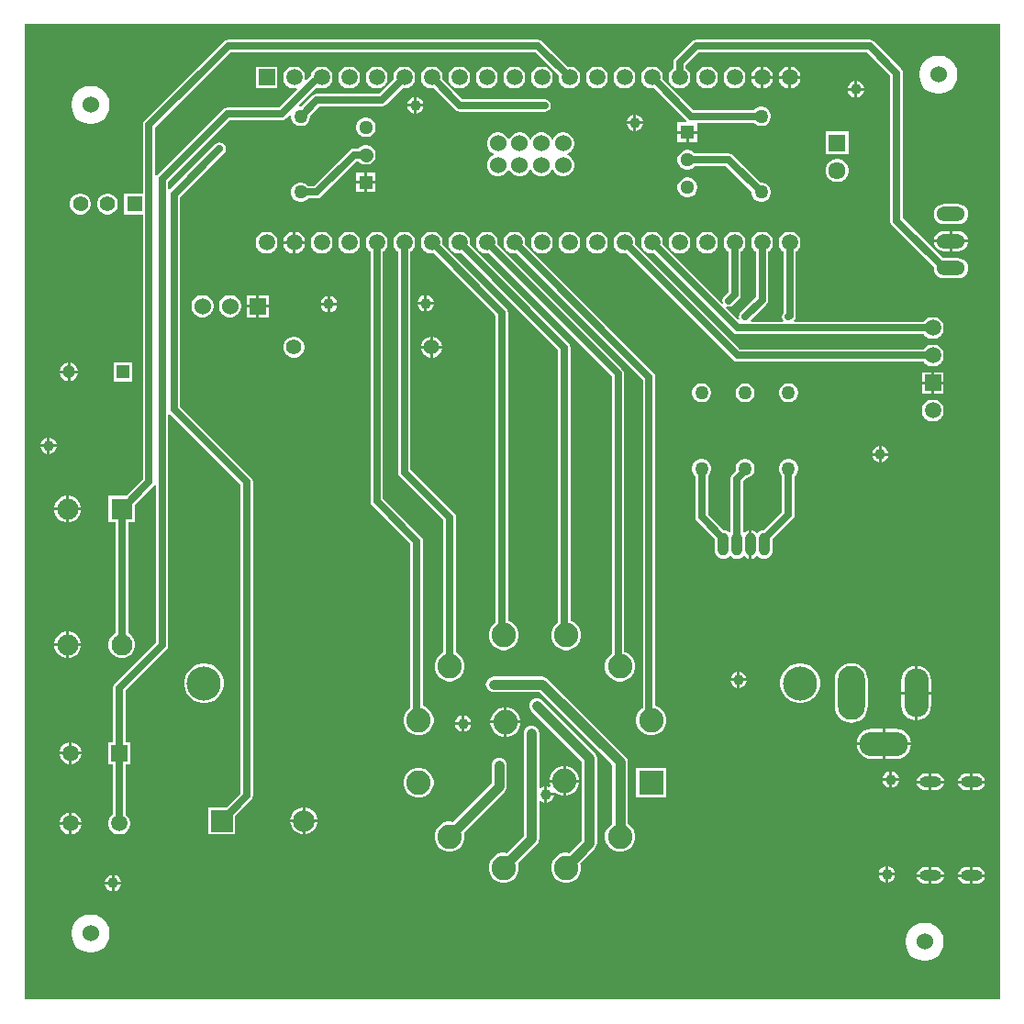
<source format=gtl>
G04*
G04 #@! TF.GenerationSoftware,Altium Limited,Altium Designer,24.0.1 (36)*
G04*
G04 Layer_Physical_Order=1*
G04 Layer_Color=255*
%FSLAX25Y25*%
%MOIN*%
G70*
G04*
G04 #@! TF.SameCoordinates,33EB6A70-A770-4DF6-8785-8125C03B2395*
G04*
G04*
G04 #@! TF.FilePolarity,Positive*
G04*
G01*
G75*
%ADD51C,0.03500*%
%ADD52C,0.02500*%
%ADD53C,0.05000*%
%ADD54C,0.05937*%
%ADD55R,0.05937X0.05937*%
%ADD56R,0.08858X0.08858*%
%ADD57C,0.08858*%
%ADD58O,0.09843X0.19685*%
%ADD59O,0.08858X0.17717*%
%ADD60O,0.17717X0.08858*%
%ADD61C,0.12402*%
%ADD62C,0.05504*%
%ADD63C,0.04953*%
%ADD64R,0.04724X0.04724*%
%ADD65C,0.04724*%
%ADD66C,0.06000*%
%ADD67R,0.06000X0.06000*%
%ADD68O,0.07874X0.03937*%
%ADD69R,0.05937X0.05937*%
%ADD70C,0.05937*%
%ADD71R,0.07874X0.07874*%
%ADD72C,0.07874*%
%ADD73R,0.05898X0.05898*%
%ADD74C,0.05898*%
%ADD75R,0.07677X0.07677*%
%ADD76C,0.07677*%
%ADD77R,0.05110X0.05110*%
%ADD78C,0.05110*%
%ADD79C,0.06339*%
%ADD80R,0.06339X0.06339*%
%ADD81R,0.05543X0.05543*%
%ADD82C,0.05543*%
%ADD83O,0.10400X0.05200*%
%ADD84O,0.04173X0.08346*%
%ADD85C,0.03937*%
%ADD86C,0.01500*%
G36*
X354331Y0D02*
X0D01*
Y354331D01*
X354331D01*
Y0D01*
D02*
G37*
%LPC*%
G36*
X278522Y338968D02*
X278500D01*
Y335500D01*
X281968D01*
Y335523D01*
X281698Y336532D01*
X281176Y337437D01*
X280437Y338176D01*
X279532Y338698D01*
X278522Y338968D01*
D02*
G37*
G36*
X268523D02*
X268500D01*
Y335500D01*
X271969D01*
Y335523D01*
X271698Y336532D01*
X271176Y337437D01*
X270437Y338176D01*
X269532Y338698D01*
X268523Y338968D01*
D02*
G37*
G36*
X267500D02*
X267477D01*
X266468Y338698D01*
X265563Y338176D01*
X264824Y337437D01*
X264302Y336532D01*
X264032Y335523D01*
Y335500D01*
X267500D01*
Y338968D01*
D02*
G37*
G36*
X277500D02*
X277478D01*
X276468Y338698D01*
X275563Y338176D01*
X274824Y337437D01*
X274302Y336532D01*
X274031Y335523D01*
Y335500D01*
X277500D01*
Y338968D01*
D02*
G37*
G36*
X302567Y333648D02*
Y331209D01*
X305006D01*
X304833Y331855D01*
X304442Y332531D01*
X303890Y333084D01*
X303213Y333475D01*
X302567Y333648D01*
D02*
G37*
G36*
X301567D02*
X300921Y333475D01*
X300244Y333084D01*
X299692Y332531D01*
X299301Y331855D01*
X299128Y331209D01*
X301567D01*
Y333648D01*
D02*
G37*
G36*
X281968Y334500D02*
X278500D01*
Y331031D01*
X278522D01*
X279532Y331302D01*
X280437Y331824D01*
X281176Y332563D01*
X281698Y333468D01*
X281968Y334477D01*
Y334500D01*
D02*
G37*
G36*
X277500D02*
X274031D01*
Y334477D01*
X274302Y333468D01*
X274824Y332563D01*
X275563Y331824D01*
X276468Y331302D01*
X277478Y331031D01*
X277500D01*
Y334500D01*
D02*
G37*
G36*
X271969D02*
X268500D01*
Y331031D01*
X268523D01*
X269532Y331302D01*
X270437Y331824D01*
X271176Y332563D01*
X271698Y333468D01*
X271969Y334477D01*
Y334500D01*
D02*
G37*
G36*
X267500D02*
X264032D01*
Y334477D01*
X264302Y333468D01*
X264824Y332563D01*
X265563Y331824D01*
X266468Y331302D01*
X267477Y331031D01*
X267500D01*
Y334500D01*
D02*
G37*
G36*
X258523Y338968D02*
X257477D01*
X256468Y338698D01*
X255563Y338176D01*
X254824Y337437D01*
X254302Y336532D01*
X254031Y335523D01*
Y334477D01*
X254302Y333468D01*
X254824Y332563D01*
X255563Y331824D01*
X256468Y331302D01*
X257477Y331031D01*
X258523D01*
X259532Y331302D01*
X260437Y331824D01*
X261176Y332563D01*
X261698Y333468D01*
X261968Y334477D01*
Y335523D01*
X261698Y336532D01*
X261176Y337437D01*
X260437Y338176D01*
X259532Y338698D01*
X258523Y338968D01*
D02*
G37*
G36*
X248522D02*
X247478D01*
X246468Y338698D01*
X245563Y338176D01*
X244824Y337437D01*
X244302Y336532D01*
X244032Y335523D01*
Y334477D01*
X244302Y333468D01*
X244824Y332563D01*
X245563Y331824D01*
X246468Y331302D01*
X247478Y331031D01*
X248522D01*
X249532Y331302D01*
X250437Y331824D01*
X251176Y332563D01*
X251698Y333468D01*
X251969Y334477D01*
Y335523D01*
X251698Y336532D01*
X251176Y337437D01*
X250437Y338176D01*
X249532Y338698D01*
X248522Y338968D01*
D02*
G37*
G36*
X218523D02*
X217477D01*
X216468Y338698D01*
X215563Y338176D01*
X214824Y337437D01*
X214302Y336532D01*
X214032Y335523D01*
Y334477D01*
X214302Y333468D01*
X214824Y332563D01*
X215563Y331824D01*
X216468Y331302D01*
X217477Y331031D01*
X218523D01*
X219532Y331302D01*
X220437Y331824D01*
X221176Y332563D01*
X221698Y333468D01*
X221969Y334477D01*
Y335523D01*
X221698Y336532D01*
X221176Y337437D01*
X220437Y338176D01*
X219532Y338698D01*
X218523Y338968D01*
D02*
G37*
G36*
X208523D02*
X207477D01*
X206468Y338698D01*
X205563Y338176D01*
X204824Y337437D01*
X204302Y336532D01*
X204031Y335523D01*
Y334477D01*
X204302Y333468D01*
X204824Y332563D01*
X205563Y331824D01*
X206468Y331302D01*
X207477Y331031D01*
X208523D01*
X209532Y331302D01*
X210437Y331824D01*
X211176Y332563D01*
X211698Y333468D01*
X211968Y334477D01*
Y335523D01*
X211698Y336532D01*
X211176Y337437D01*
X210437Y338176D01*
X209532Y338698D01*
X208523Y338968D01*
D02*
G37*
G36*
X186543Y348751D02*
X74016D01*
X73138Y348576D01*
X72394Y348079D01*
X43653Y319339D01*
X43156Y318595D01*
X42981Y317717D01*
Y292772D01*
X36228D01*
Y285228D01*
X42981D01*
Y188942D01*
X37027Y182988D01*
X30595D01*
Y173311D01*
X33139D01*
Y133200D01*
X32462Y132809D01*
X31561Y131908D01*
X30924Y130805D01*
X30595Y129574D01*
Y128300D01*
X30924Y127069D01*
X31561Y125966D01*
X32462Y125065D01*
X33565Y124428D01*
X34796Y124098D01*
X36070D01*
X37301Y124428D01*
X38404Y125065D01*
X39305Y125966D01*
X39942Y127069D01*
X40272Y128300D01*
Y129574D01*
X39942Y130805D01*
X39305Y131908D01*
X38404Y132809D01*
X37727Y133200D01*
Y173311D01*
X40272D01*
Y179744D01*
X46898Y186370D01*
X47206Y186831D01*
X47706Y186679D01*
Y129690D01*
X32827Y114811D01*
X32329Y114067D01*
X32155Y113189D01*
Y93516D01*
X30500D01*
Y85618D01*
X32155D01*
Y67212D01*
X32024Y67136D01*
X31289Y66401D01*
X30769Y65501D01*
X30500Y64496D01*
Y63456D01*
X30769Y62452D01*
X31289Y61552D01*
X32024Y60817D01*
X32925Y60297D01*
X33929Y60027D01*
X34969D01*
X35973Y60297D01*
X36873Y60817D01*
X37609Y61552D01*
X38129Y62452D01*
X38398Y63456D01*
Y64496D01*
X38129Y65501D01*
X37609Y66401D01*
X36873Y67136D01*
X36743Y67212D01*
Y85618D01*
X38398D01*
Y93516D01*
X36743D01*
Y112239D01*
X51622Y127118D01*
X52119Y127862D01*
X52294Y128740D01*
Y212541D01*
X52794Y212662D01*
X78415Y187042D01*
Y74966D01*
X73346Y69898D01*
X66716D01*
Y60024D01*
X76591D01*
Y66653D01*
X82331Y72394D01*
X82828Y73138D01*
X83003Y74016D01*
Y187992D01*
X82828Y188870D01*
X82331Y189614D01*
X56625Y215320D01*
Y291569D01*
X72488Y307433D01*
X72986Y308177D01*
X73160Y309055D01*
X72986Y309933D01*
X72488Y310677D01*
X71744Y311175D01*
X70866Y311349D01*
X69988Y311175D01*
X69244Y310677D01*
X52794Y294227D01*
X52294Y294348D01*
Y297081D01*
X74617Y319405D01*
X93352D01*
X94230Y319579D01*
X94974Y320077D01*
X96465Y321567D01*
X96890Y321339D01*
X96917Y321312D01*
Y320409D01*
X97154Y319524D01*
X97612Y318732D01*
X98259Y318084D01*
X99052Y317627D01*
X99936Y317390D01*
X100851D01*
X101735Y317627D01*
X102528Y318084D01*
X103175Y318732D01*
X103633Y319524D01*
X103870Y320409D01*
Y321098D01*
X107249Y324478D01*
X129772D01*
X130650Y324652D01*
X131394Y325149D01*
X137319Y331074D01*
X137478Y331031D01*
X138523D01*
X139532Y331302D01*
X140437Y331824D01*
X141176Y332563D01*
X141698Y333468D01*
X141969Y334477D01*
Y335523D01*
X141698Y336532D01*
X141176Y337437D01*
X140437Y338176D01*
X139532Y338698D01*
X138523Y338968D01*
X137478D01*
X136468Y338698D01*
X135563Y338176D01*
X134824Y337437D01*
X134302Y336532D01*
X134031Y335523D01*
Y334477D01*
X134074Y334318D01*
X128821Y329066D01*
X106299D01*
X105421Y328891D01*
X104677Y328394D01*
X100626Y324342D01*
X99948D01*
X99921Y324370D01*
X99693Y324795D01*
X106298Y331400D01*
X106468Y331302D01*
X107477Y331031D01*
X108522D01*
X109532Y331302D01*
X110437Y331824D01*
X111176Y332563D01*
X111698Y333468D01*
X111969Y334477D01*
Y335523D01*
X111698Y336532D01*
X111176Y337437D01*
X110437Y338176D01*
X109532Y338698D01*
X108522Y338968D01*
X107477D01*
X106468Y338698D01*
X105563Y338176D01*
X104824Y337437D01*
X104302Y336532D01*
X104032Y335523D01*
Y335431D01*
X103454Y335045D01*
X102339Y333930D01*
X101891Y334189D01*
X101969Y334477D01*
Y335523D01*
X101698Y336532D01*
X101176Y337437D01*
X100437Y338176D01*
X99532Y338698D01*
X98523Y338968D01*
X97478D01*
X96468Y338698D01*
X95563Y338176D01*
X94824Y337437D01*
X94302Y336532D01*
X94032Y335523D01*
Y334477D01*
X94302Y333468D01*
X94824Y332563D01*
X95563Y331824D01*
X96468Y331302D01*
X97478Y331031D01*
X98523D01*
X98811Y331109D01*
X99070Y330661D01*
X92402Y323993D01*
X73667D01*
X72789Y323818D01*
X72045Y323321D01*
X48378Y299654D01*
X48070Y299193D01*
X47570Y299344D01*
Y316766D01*
X74966Y344163D01*
X185593D01*
X194074Y335682D01*
X194032Y335523D01*
Y334477D01*
X194302Y333468D01*
X194824Y332563D01*
X195563Y331824D01*
X196468Y331302D01*
X197477Y331031D01*
X198522D01*
X199532Y331302D01*
X200437Y331824D01*
X201176Y332563D01*
X201698Y333468D01*
X201969Y334477D01*
Y335523D01*
X201698Y336532D01*
X201176Y337437D01*
X200437Y338176D01*
X199532Y338698D01*
X198522Y338968D01*
X197477D01*
X197318Y338926D01*
X188165Y348079D01*
X187421Y348576D01*
X186543Y348751D01*
D02*
G37*
G36*
X188523Y338968D02*
X187478D01*
X186468Y338698D01*
X185563Y338176D01*
X184824Y337437D01*
X184302Y336532D01*
X184031Y335523D01*
Y334477D01*
X184302Y333468D01*
X184824Y332563D01*
X185563Y331824D01*
X186468Y331302D01*
X187478Y331031D01*
X188523D01*
X189532Y331302D01*
X190437Y331824D01*
X191176Y332563D01*
X191698Y333468D01*
X191969Y334477D01*
Y335523D01*
X191698Y336532D01*
X191176Y337437D01*
X190437Y338176D01*
X189532Y338698D01*
X188523Y338968D01*
D02*
G37*
G36*
X178523D02*
X177478D01*
X176468Y338698D01*
X175563Y338176D01*
X174824Y337437D01*
X174302Y336532D01*
X174031Y335523D01*
Y334477D01*
X174302Y333468D01*
X174824Y332563D01*
X175563Y331824D01*
X176468Y331302D01*
X177478Y331031D01*
X178523D01*
X179532Y331302D01*
X180437Y331824D01*
X181176Y332563D01*
X181698Y333468D01*
X181968Y334477D01*
Y335523D01*
X181698Y336532D01*
X181176Y337437D01*
X180437Y338176D01*
X179532Y338698D01*
X178523Y338968D01*
D02*
G37*
G36*
X168523D02*
X167478D01*
X166468Y338698D01*
X165563Y338176D01*
X164824Y337437D01*
X164302Y336532D01*
X164032Y335523D01*
Y334477D01*
X164302Y333468D01*
X164824Y332563D01*
X165563Y331824D01*
X166468Y331302D01*
X167478Y331031D01*
X168523D01*
X169532Y331302D01*
X170437Y331824D01*
X171176Y332563D01*
X171698Y333468D01*
X171968Y334477D01*
Y335523D01*
X171698Y336532D01*
X171176Y337437D01*
X170437Y338176D01*
X169532Y338698D01*
X168523Y338968D01*
D02*
G37*
G36*
X158522D02*
X157477D01*
X156468Y338698D01*
X155563Y338176D01*
X154824Y337437D01*
X154302Y336532D01*
X154032Y335523D01*
Y334477D01*
X154302Y333468D01*
X154824Y332563D01*
X155563Y331824D01*
X156468Y331302D01*
X157477Y331031D01*
X158522D01*
X159532Y331302D01*
X160437Y331824D01*
X161176Y332563D01*
X161698Y333468D01*
X161969Y334477D01*
Y335523D01*
X161698Y336532D01*
X161176Y337437D01*
X160437Y338176D01*
X159532Y338698D01*
X158522Y338968D01*
D02*
G37*
G36*
X128523D02*
X127478D01*
X126468Y338698D01*
X125563Y338176D01*
X124824Y337437D01*
X124302Y336532D01*
X124031Y335523D01*
Y334477D01*
X124302Y333468D01*
X124824Y332563D01*
X125563Y331824D01*
X126468Y331302D01*
X127478Y331031D01*
X128523D01*
X129532Y331302D01*
X130437Y331824D01*
X131176Y332563D01*
X131698Y333468D01*
X131968Y334477D01*
Y335523D01*
X131698Y336532D01*
X131176Y337437D01*
X130437Y338176D01*
X129532Y338698D01*
X128523Y338968D01*
D02*
G37*
G36*
X118523D02*
X117478D01*
X116468Y338698D01*
X115563Y338176D01*
X114824Y337437D01*
X114302Y336532D01*
X114032Y335523D01*
Y334477D01*
X114302Y333468D01*
X114824Y332563D01*
X115563Y331824D01*
X116468Y331302D01*
X117478Y331031D01*
X118523D01*
X119532Y331302D01*
X120437Y331824D01*
X121176Y332563D01*
X121698Y333468D01*
X121968Y334477D01*
Y335523D01*
X121698Y336532D01*
X121176Y337437D01*
X120437Y338176D01*
X119532Y338698D01*
X118523Y338968D01*
D02*
G37*
G36*
X91969D02*
X84031D01*
Y331031D01*
X91969D01*
Y338968D01*
D02*
G37*
G36*
X332680Y342905D02*
X331320D01*
X329986Y342640D01*
X328729Y342120D01*
X327598Y341364D01*
X326636Y340402D01*
X325880Y339271D01*
X325360Y338014D01*
X325095Y336680D01*
Y335320D01*
X325360Y333986D01*
X325880Y332729D01*
X326636Y331598D01*
X327598Y330636D01*
X328729Y329880D01*
X329986Y329360D01*
X331320Y329095D01*
X332680D01*
X334014Y329360D01*
X335271Y329880D01*
X336402Y330636D01*
X337364Y331598D01*
X338120Y332729D01*
X338640Y333986D01*
X338906Y335320D01*
Y336680D01*
X338640Y338014D01*
X338120Y339271D01*
X337364Y340402D01*
X336402Y341364D01*
X335271Y342120D01*
X334014Y342640D01*
X332680Y342905D01*
D02*
G37*
G36*
X305006Y330209D02*
X302567D01*
Y327769D01*
X303213Y327942D01*
X303890Y328333D01*
X304442Y328886D01*
X304833Y329563D01*
X305006Y330209D01*
D02*
G37*
G36*
X301567D02*
X299128D01*
X299301Y329563D01*
X299692Y328886D01*
X300244Y328333D01*
X300921Y327942D01*
X301567Y327769D01*
Y330209D01*
D02*
G37*
G36*
X142528Y327841D02*
Y325402D01*
X144967D01*
X144794Y326047D01*
X144403Y326724D01*
X143850Y327277D01*
X143173Y327668D01*
X142528Y327841D01*
D02*
G37*
G36*
X141528D02*
X140882Y327668D01*
X140205Y327277D01*
X139652Y326724D01*
X139261Y326047D01*
X139088Y325402D01*
X141528D01*
Y327841D01*
D02*
G37*
G36*
X148522Y338968D02*
X147477D01*
X146468Y338698D01*
X145563Y338176D01*
X144824Y337437D01*
X144302Y336532D01*
X144032Y335523D01*
Y334477D01*
X144302Y333468D01*
X144824Y332563D01*
X145563Y331824D01*
X146468Y331302D01*
X147477Y331031D01*
X148522D01*
X148681Y331074D01*
X156575Y323181D01*
X157319Y322684D01*
X158197Y322509D01*
X188976D01*
X189854Y322684D01*
X190598Y323181D01*
X191096Y323925D01*
X191270Y324803D01*
X191096Y325681D01*
X190598Y326425D01*
X189854Y326923D01*
X188976Y327097D01*
X159147D01*
X151926Y334318D01*
X151969Y334477D01*
Y335523D01*
X151698Y336532D01*
X151176Y337437D01*
X150437Y338176D01*
X149532Y338698D01*
X148522Y338968D01*
D02*
G37*
G36*
X144967Y324402D02*
X142528D01*
Y321962D01*
X143173Y322135D01*
X143850Y322526D01*
X144403Y323079D01*
X144794Y323756D01*
X144967Y324402D01*
D02*
G37*
G36*
X141528D02*
X139088D01*
X139261Y323756D01*
X139652Y323079D01*
X140205Y322526D01*
X140882Y322135D01*
X141528Y321962D01*
Y324402D01*
D02*
G37*
G36*
X222252Y321443D02*
Y319004D01*
X224691D01*
X224518Y319650D01*
X224127Y320327D01*
X223575Y320879D01*
X222898Y321270D01*
X222252Y321443D01*
D02*
G37*
G36*
X221252D02*
X220606Y321270D01*
X219929Y320879D01*
X219377Y320327D01*
X218986Y319650D01*
X218813Y319004D01*
X221252D01*
Y321443D01*
D02*
G37*
G36*
X24680Y331906D02*
X23320D01*
X21986Y331640D01*
X20729Y331120D01*
X19598Y330364D01*
X18636Y329402D01*
X17880Y328271D01*
X17360Y327014D01*
X17095Y325680D01*
Y324320D01*
X17360Y322986D01*
X17880Y321729D01*
X18636Y320598D01*
X19598Y319636D01*
X20729Y318880D01*
X21986Y318360D01*
X23320Y318094D01*
X24680D01*
X26014Y318360D01*
X27271Y318880D01*
X28402Y319636D01*
X29364Y320598D01*
X30120Y321729D01*
X30640Y322986D01*
X30906Y324320D01*
Y325680D01*
X30640Y327014D01*
X30120Y328271D01*
X29364Y329402D01*
X28402Y330364D01*
X27271Y331120D01*
X26014Y331640D01*
X24680Y331906D01*
D02*
G37*
G36*
X228522Y338968D02*
X227478D01*
X226468Y338698D01*
X225563Y338176D01*
X224824Y337437D01*
X224302Y336532D01*
X224031Y335523D01*
Y334477D01*
X224302Y333468D01*
X224824Y332563D01*
X225563Y331824D01*
X226468Y331302D01*
X227478Y331031D01*
X228522D01*
X228682Y331074D01*
X240512Y319244D01*
X240618Y319173D01*
X240466Y318673D01*
X237272D01*
Y315618D01*
X240827D01*
X244382D01*
Y318572D01*
X265094D01*
X265582Y318084D01*
X266375Y317627D01*
X267259Y317390D01*
X268174D01*
X269058Y317627D01*
X269851Y318084D01*
X270498Y318732D01*
X270956Y319524D01*
X271193Y320409D01*
Y321324D01*
X270956Y322208D01*
X270498Y323001D01*
X269851Y323648D01*
X269058Y324106D01*
X268174Y324342D01*
X267259D01*
X266375Y324106D01*
X265582Y323648D01*
X265094Y323160D01*
X243084D01*
X231926Y334318D01*
X231968Y334477D01*
Y335523D01*
X231698Y336532D01*
X231176Y337437D01*
X230437Y338176D01*
X229532Y338698D01*
X228522Y338968D01*
D02*
G37*
G36*
X224691Y318004D02*
X222252D01*
Y315565D01*
X222898Y315738D01*
X223575Y316128D01*
X224127Y316681D01*
X224518Y317358D01*
X224691Y318004D01*
D02*
G37*
G36*
X221252D02*
X218813D01*
X218986Y317358D01*
X219377Y316681D01*
X219929Y316128D01*
X220606Y315738D01*
X221252Y315565D01*
Y318004D01*
D02*
G37*
G36*
X124484Y320484D02*
X123548D01*
X122643Y320242D01*
X121833Y319774D01*
X121171Y319112D01*
X120703Y318301D01*
X120461Y317397D01*
Y316461D01*
X120703Y315557D01*
X121171Y314746D01*
X121833Y314084D01*
X122643Y313616D01*
X123548Y313374D01*
X124484D01*
X125388Y313616D01*
X126199Y314084D01*
X126861Y314746D01*
X127329Y315557D01*
X127571Y316461D01*
Y317397D01*
X127329Y318301D01*
X126861Y319112D01*
X126199Y319774D01*
X125388Y320242D01*
X124484Y320484D01*
D02*
G37*
G36*
X196196Y315024D02*
X195143D01*
X194125Y314751D01*
X193213Y314224D01*
X192469Y313480D01*
X192009Y312684D01*
X191798Y312633D01*
X191667D01*
X191455Y312684D01*
X190996Y313480D01*
X190251Y314224D01*
X189339Y314751D01*
X188322Y315024D01*
X187269D01*
X186251Y314751D01*
X185339Y314224D01*
X184595Y313480D01*
X184135Y312684D01*
X183924Y312633D01*
X183793D01*
X183581Y312684D01*
X183122Y313480D01*
X182377Y314224D01*
X181465Y314751D01*
X180448Y315024D01*
X179395D01*
X178377Y314751D01*
X177465Y314224D01*
X176720Y313480D01*
X176261Y312684D01*
X176050Y312633D01*
X175919D01*
X175707Y312684D01*
X175248Y313480D01*
X174503Y314224D01*
X173591Y314751D01*
X172574Y315024D01*
X171521D01*
X170503Y314751D01*
X169591Y314224D01*
X168846Y313480D01*
X168320Y312568D01*
X168047Y311550D01*
Y310497D01*
X168320Y309480D01*
X168846Y308568D01*
X169591Y307823D01*
X170387Y307364D01*
X170437Y307152D01*
Y307021D01*
X170387Y306810D01*
X169591Y306350D01*
X168846Y305606D01*
X168320Y304694D01*
X168047Y303676D01*
Y302623D01*
X168320Y301606D01*
X168846Y300694D01*
X169591Y299949D01*
X170503Y299422D01*
X171521Y299150D01*
X172574D01*
X173591Y299422D01*
X174503Y299949D01*
X175248Y300694D01*
X175707Y301489D01*
X175919Y301540D01*
X176050D01*
X176261Y301489D01*
X176720Y300694D01*
X177465Y299949D01*
X178377Y299422D01*
X179395Y299150D01*
X180448D01*
X181465Y299422D01*
X182377Y299949D01*
X183122Y300694D01*
X183581Y301489D01*
X183793Y301540D01*
X183924D01*
X184135Y301489D01*
X184595Y300694D01*
X185339Y299949D01*
X186251Y299422D01*
X187269Y299150D01*
X188322D01*
X189339Y299422D01*
X190251Y299949D01*
X190996Y300694D01*
X191455Y301489D01*
X191667Y301540D01*
X191798D01*
X192009Y301489D01*
X192469Y300694D01*
X193213Y299949D01*
X194125Y299422D01*
X195143Y299150D01*
X196196D01*
X197213Y299422D01*
X198125Y299949D01*
X198870Y300694D01*
X199397Y301606D01*
X199669Y302623D01*
Y303676D01*
X199397Y304694D01*
X198870Y305606D01*
X198125Y306350D01*
X197330Y306810D01*
X197279Y307021D01*
Y307152D01*
X197330Y307364D01*
X198125Y307823D01*
X198870Y308568D01*
X199397Y309480D01*
X199669Y310497D01*
Y311550D01*
X199397Y312568D01*
X198870Y313480D01*
X198125Y314224D01*
X197213Y314751D01*
X196196Y315024D01*
D02*
G37*
G36*
X244382Y314618D02*
X241327D01*
Y311563D01*
X244382D01*
Y314618D01*
D02*
G37*
G36*
X240327D02*
X237272D01*
Y311563D01*
X240327D01*
Y314618D01*
D02*
G37*
G36*
X299445Y315350D02*
X291106D01*
Y307012D01*
X299445D01*
Y315350D01*
D02*
G37*
G36*
X124484Y310484D02*
X123548D01*
X122643Y310242D01*
X121833Y309774D01*
X121261Y309202D01*
X119900D01*
X119022Y309028D01*
X118278Y308530D01*
X105349Y295601D01*
X103016D01*
X102528Y296089D01*
X101735Y296547D01*
X100851Y296783D01*
X99936D01*
X99052Y296547D01*
X98259Y296089D01*
X97612Y295442D01*
X97154Y294649D01*
X96917Y293765D01*
Y292849D01*
X97154Y291965D01*
X97612Y291173D01*
X98259Y290525D01*
X99052Y290068D01*
X99936Y289831D01*
X100851D01*
X101735Y290068D01*
X102528Y290525D01*
X103016Y291013D01*
X106299D01*
X107177Y291188D01*
X107921Y291685D01*
X120817Y304581D01*
X121337D01*
X121476Y304442D01*
X121498Y304412D01*
X121528Y304389D01*
X121833Y304084D01*
X122206Y303869D01*
X122230Y303851D01*
X122257Y303839D01*
X122643Y303616D01*
X123075Y303501D01*
X123081Y303498D01*
X123088Y303497D01*
X123548Y303374D01*
X124484D01*
X125388Y303616D01*
X126199Y304084D01*
X126861Y304746D01*
X127329Y305557D01*
X127571Y306461D01*
Y307397D01*
X127329Y308301D01*
X126861Y309112D01*
X126199Y309774D01*
X125388Y310242D01*
X124484Y310484D01*
D02*
G37*
G36*
X127571Y300484D02*
X124516D01*
Y297429D01*
X127571D01*
Y300484D01*
D02*
G37*
G36*
X123516D02*
X120461D01*
Y297429D01*
X123516D01*
Y300484D01*
D02*
G37*
G36*
X295825Y305350D02*
X294727D01*
X293666Y305066D01*
X292716Y304517D01*
X291939Y303741D01*
X291390Y302790D01*
X291106Y301730D01*
Y300632D01*
X291390Y299572D01*
X291939Y298621D01*
X292716Y297845D01*
X293666Y297296D01*
X294727Y297012D01*
X295825D01*
X296885Y297296D01*
X297836Y297845D01*
X298612Y298621D01*
X299161Y299572D01*
X299445Y300632D01*
Y301730D01*
X299161Y302790D01*
X298612Y303741D01*
X297836Y304517D01*
X296885Y305066D01*
X295825Y305350D01*
D02*
G37*
G36*
X127571Y296429D02*
X124516D01*
Y293374D01*
X127571D01*
Y296429D01*
D02*
G37*
G36*
X123516D02*
X120461D01*
Y293374D01*
X123516D01*
Y296429D01*
D02*
G37*
G36*
X241295Y298673D02*
X240359D01*
X239455Y298431D01*
X238644Y297963D01*
X237982Y297301D01*
X237514Y296490D01*
X237272Y295586D01*
Y294650D01*
X237514Y293746D01*
X237982Y292935D01*
X238644Y292273D01*
X239455Y291805D01*
X240359Y291563D01*
X241295D01*
X242199Y291805D01*
X243010Y292273D01*
X243672Y292935D01*
X244140Y293746D01*
X244382Y294650D01*
Y295586D01*
X244140Y296490D01*
X243672Y297301D01*
X243010Y297963D01*
X242199Y298431D01*
X241295Y298673D01*
D02*
G37*
G36*
Y308673D02*
X240359D01*
X239455Y308431D01*
X238644Y307963D01*
X237982Y307301D01*
X237514Y306490D01*
X237272Y305586D01*
Y304650D01*
X237514Y303746D01*
X237982Y302935D01*
X238644Y302273D01*
X239455Y301805D01*
X240359Y301563D01*
X241295D01*
X242199Y301805D01*
X243010Y302273D01*
X243560Y302824D01*
X254955D01*
X264240Y293539D01*
Y292849D01*
X264477Y291965D01*
X264935Y291173D01*
X265582Y290525D01*
X266375Y290068D01*
X267259Y289831D01*
X268174D01*
X269058Y290068D01*
X269851Y290525D01*
X270498Y291173D01*
X270956Y291965D01*
X271193Y292849D01*
Y293765D01*
X270956Y294649D01*
X270498Y295442D01*
X269851Y296089D01*
X269058Y296547D01*
X268174Y296783D01*
X267484D01*
X257528Y306740D01*
X256783Y307238D01*
X255906Y307412D01*
X243560D01*
X243010Y307963D01*
X242199Y308431D01*
X241295Y308673D01*
D02*
G37*
G36*
X30654Y292772D02*
X29661D01*
X28702Y292515D01*
X27842Y292018D01*
X27139Y291316D01*
X26643Y290456D01*
X26386Y289496D01*
Y288504D01*
X26643Y287544D01*
X27139Y286684D01*
X27842Y285982D01*
X28702Y285485D01*
X29661Y285228D01*
X30654D01*
X31613Y285485D01*
X32473Y285982D01*
X33176Y286684D01*
X33672Y287544D01*
X33929Y288504D01*
Y289496D01*
X33672Y290456D01*
X33176Y291316D01*
X32473Y292018D01*
X31613Y292515D01*
X30654Y292772D01*
D02*
G37*
G36*
X20811D02*
X19818D01*
X18859Y292515D01*
X17999Y292018D01*
X17297Y291316D01*
X16800Y290456D01*
X16543Y289496D01*
Y288504D01*
X16800Y287544D01*
X17297Y286684D01*
X17999Y285982D01*
X18859Y285485D01*
X19818Y285228D01*
X20811D01*
X21771Y285485D01*
X22631Y285982D01*
X23333Y286684D01*
X23830Y287544D01*
X24087Y288504D01*
Y289496D01*
X23830Y290456D01*
X23333Y291316D01*
X22631Y292018D01*
X21771Y292515D01*
X20811Y292772D01*
D02*
G37*
G36*
X339214Y289064D02*
X334014D01*
X333074Y288940D01*
X332199Y288578D01*
X331447Y288001D01*
X330870Y287249D01*
X330507Y286373D01*
X330383Y285433D01*
X330507Y284493D01*
X330870Y283617D01*
X331447Y282866D01*
X332199Y282289D01*
X333074Y281926D01*
X334014Y281802D01*
X339214D01*
X340154Y281926D01*
X341030Y282289D01*
X341782Y282866D01*
X342359Y283617D01*
X342722Y284493D01*
X342845Y285433D01*
X342722Y286373D01*
X342359Y287249D01*
X341782Y288001D01*
X341030Y288578D01*
X340154Y288940D01*
X339214Y289064D01*
D02*
G37*
G36*
Y279222D02*
X337114D01*
Y276091D01*
X342779D01*
X342722Y276530D01*
X342359Y277406D01*
X341782Y278158D01*
X341030Y278735D01*
X340154Y279098D01*
X339214Y279222D01*
D02*
G37*
G36*
X336114D02*
X334014D01*
X333074Y279098D01*
X332199Y278735D01*
X331447Y278158D01*
X330870Y277406D01*
X330507Y276530D01*
X330449Y276091D01*
X336114D01*
Y279222D01*
D02*
G37*
G36*
X98523Y278969D02*
X98500D01*
Y275500D01*
X101969D01*
Y275522D01*
X101698Y276532D01*
X101176Y277437D01*
X100437Y278176D01*
X99532Y278698D01*
X98523Y278969D01*
D02*
G37*
G36*
X97500D02*
X97478D01*
X96468Y278698D01*
X95563Y278176D01*
X94824Y277437D01*
X94302Y276532D01*
X94032Y275522D01*
Y275500D01*
X97500D01*
Y278969D01*
D02*
G37*
G36*
X342779Y275091D02*
X337114D01*
Y271959D01*
X339214D01*
X340154Y272083D01*
X341030Y272446D01*
X341782Y273023D01*
X342359Y273775D01*
X342722Y274651D01*
X342779Y275091D01*
D02*
G37*
G36*
X336114D02*
X330449D01*
X330507Y274651D01*
X330870Y273775D01*
X331447Y273023D01*
X332199Y272446D01*
X333074Y272083D01*
X334014Y271959D01*
X336114D01*
Y275091D01*
D02*
G37*
G36*
X248522Y278969D02*
X247478D01*
X246468Y278698D01*
X245563Y278176D01*
X244824Y277437D01*
X244302Y276532D01*
X244032Y275522D01*
Y274478D01*
X244302Y273468D01*
X244824Y272563D01*
X245563Y271824D01*
X246468Y271302D01*
X247478Y271031D01*
X248522D01*
X249532Y271302D01*
X250437Y271824D01*
X251176Y272563D01*
X251698Y273468D01*
X251969Y274478D01*
Y275522D01*
X251698Y276532D01*
X251176Y277437D01*
X250437Y278176D01*
X249532Y278698D01*
X248522Y278969D01*
D02*
G37*
G36*
X238523D02*
X237477D01*
X236468Y278698D01*
X235563Y278176D01*
X234824Y277437D01*
X234302Y276532D01*
X234032Y275522D01*
Y274478D01*
X234302Y273468D01*
X234824Y272563D01*
X235563Y271824D01*
X236468Y271302D01*
X237477Y271031D01*
X238523D01*
X239532Y271302D01*
X240437Y271824D01*
X241176Y272563D01*
X241698Y273468D01*
X241968Y274478D01*
Y275522D01*
X241698Y276532D01*
X241176Y277437D01*
X240437Y278176D01*
X239532Y278698D01*
X238523Y278969D01*
D02*
G37*
G36*
X208523D02*
X207477D01*
X206468Y278698D01*
X205563Y278176D01*
X204824Y277437D01*
X204302Y276532D01*
X204031Y275522D01*
Y274478D01*
X204302Y273468D01*
X204824Y272563D01*
X205563Y271824D01*
X206468Y271302D01*
X207477Y271031D01*
X208523D01*
X209532Y271302D01*
X210437Y271824D01*
X211176Y272563D01*
X211698Y273468D01*
X211968Y274478D01*
Y275522D01*
X211698Y276532D01*
X211176Y277437D01*
X210437Y278176D01*
X209532Y278698D01*
X208523Y278969D01*
D02*
G37*
G36*
X198522D02*
X197477D01*
X196468Y278698D01*
X195563Y278176D01*
X194824Y277437D01*
X194302Y276532D01*
X194032Y275522D01*
Y274478D01*
X194302Y273468D01*
X194824Y272563D01*
X195563Y271824D01*
X196468Y271302D01*
X197477Y271031D01*
X198522D01*
X199532Y271302D01*
X200437Y271824D01*
X201176Y272563D01*
X201698Y273468D01*
X201969Y274478D01*
Y275522D01*
X201698Y276532D01*
X201176Y277437D01*
X200437Y278176D01*
X199532Y278698D01*
X198522Y278969D01*
D02*
G37*
G36*
X188523D02*
X187478D01*
X186468Y278698D01*
X185563Y278176D01*
X184824Y277437D01*
X184302Y276532D01*
X184031Y275522D01*
Y274478D01*
X184302Y273468D01*
X184824Y272563D01*
X185563Y271824D01*
X186468Y271302D01*
X187478Y271031D01*
X188523D01*
X189532Y271302D01*
X190437Y271824D01*
X191176Y272563D01*
X191698Y273468D01*
X191969Y274478D01*
Y275522D01*
X191698Y276532D01*
X191176Y277437D01*
X190437Y278176D01*
X189532Y278698D01*
X188523Y278969D01*
D02*
G37*
G36*
X118523D02*
X117478D01*
X116468Y278698D01*
X115563Y278176D01*
X114824Y277437D01*
X114302Y276532D01*
X114032Y275522D01*
Y274478D01*
X114302Y273468D01*
X114824Y272563D01*
X115563Y271824D01*
X116468Y271302D01*
X117478Y271031D01*
X118523D01*
X119532Y271302D01*
X120437Y271824D01*
X121176Y272563D01*
X121698Y273468D01*
X121968Y274478D01*
Y275522D01*
X121698Y276532D01*
X121176Y277437D01*
X120437Y278176D01*
X119532Y278698D01*
X118523Y278969D01*
D02*
G37*
G36*
X108522D02*
X107477D01*
X106468Y278698D01*
X105563Y278176D01*
X104824Y277437D01*
X104302Y276532D01*
X104032Y275522D01*
Y274478D01*
X104302Y273468D01*
X104824Y272563D01*
X105563Y271824D01*
X106468Y271302D01*
X107477Y271031D01*
X108522D01*
X109532Y271302D01*
X110437Y271824D01*
X111176Y272563D01*
X111698Y273468D01*
X111969Y274478D01*
Y275522D01*
X111698Y276532D01*
X111176Y277437D01*
X110437Y278176D01*
X109532Y278698D01*
X108522Y278969D01*
D02*
G37*
G36*
X101969Y274500D02*
X98500D01*
Y271031D01*
X98523D01*
X99532Y271302D01*
X100437Y271824D01*
X101176Y272563D01*
X101698Y273468D01*
X101969Y274478D01*
Y274500D01*
D02*
G37*
G36*
X97500D02*
X94032D01*
Y274478D01*
X94302Y273468D01*
X94824Y272563D01*
X95563Y271824D01*
X96468Y271302D01*
X97478Y271031D01*
X97500D01*
Y274500D01*
D02*
G37*
G36*
X88522Y278969D02*
X87477D01*
X86468Y278698D01*
X85563Y278176D01*
X84824Y277437D01*
X84302Y276532D01*
X84031Y275522D01*
Y274478D01*
X84302Y273468D01*
X84824Y272563D01*
X85563Y271824D01*
X86468Y271302D01*
X87477Y271031D01*
X88522D01*
X89532Y271302D01*
X90437Y271824D01*
X91176Y272563D01*
X91698Y273468D01*
X91969Y274478D01*
Y275522D01*
X91698Y276532D01*
X91176Y277437D01*
X90437Y278176D01*
X89532Y278698D01*
X88522Y278969D01*
D02*
G37*
G36*
X307087Y348751D02*
X244094D01*
X243217Y348576D01*
X242472Y348079D01*
X236378Y341984D01*
X235880Y341240D01*
X235706Y340362D01*
Y338258D01*
X235563Y338176D01*
X234824Y337437D01*
X234302Y336532D01*
X234032Y335523D01*
Y334477D01*
X234302Y333468D01*
X234824Y332563D01*
X235563Y331824D01*
X236468Y331302D01*
X237477Y331031D01*
X238523D01*
X239532Y331302D01*
X240437Y331824D01*
X241176Y332563D01*
X241698Y333468D01*
X241968Y334477D01*
Y335523D01*
X241698Y336532D01*
X241176Y337437D01*
X240437Y338176D01*
X240294Y338258D01*
Y339412D01*
X245045Y344163D01*
X306136D01*
X314635Y335664D01*
Y282833D01*
X314810Y281955D01*
X315307Y281211D01*
X330428Y266090D01*
X330383Y265748D01*
X330507Y264808D01*
X330870Y263932D01*
X331447Y263180D01*
X332199Y262603D01*
X333074Y262241D01*
X334014Y262117D01*
X339214D01*
X340154Y262241D01*
X341030Y262603D01*
X341782Y263180D01*
X342359Y263932D01*
X342722Y264808D01*
X342845Y265748D01*
X342722Y266688D01*
X342359Y267564D01*
X341782Y268316D01*
X341030Y268893D01*
X340154Y269255D01*
X339214Y269379D01*
X334014D01*
X333672Y269334D01*
X319223Y283783D01*
Y336614D01*
X319049Y337492D01*
X318551Y338236D01*
X308709Y348079D01*
X307964Y348576D01*
X307087Y348751D01*
D02*
G37*
G36*
X146268Y255892D02*
Y253453D01*
X148707D01*
X148534Y254099D01*
X148143Y254776D01*
X147590Y255328D01*
X146914Y255719D01*
X146268Y255892D01*
D02*
G37*
G36*
X145268D02*
X144622Y255719D01*
X143945Y255328D01*
X143392Y254776D01*
X143001Y254099D01*
X142829Y253453D01*
X145268D01*
Y255892D01*
D02*
G37*
G36*
X111130Y255597D02*
Y253157D01*
X113569D01*
X113396Y253803D01*
X113005Y254480D01*
X112453Y255033D01*
X111776Y255424D01*
X111130Y255597D01*
D02*
G37*
G36*
X110130D02*
X109484Y255424D01*
X108807Y255033D01*
X108255Y254480D01*
X107864Y253803D01*
X107691Y253157D01*
X110130D01*
Y255597D01*
D02*
G37*
G36*
X88646Y255968D02*
X85146D01*
Y252468D01*
X88646D01*
Y255968D01*
D02*
G37*
G36*
X84146D02*
X80646D01*
Y252468D01*
X84146D01*
Y255968D01*
D02*
G37*
G36*
X148707Y252453D02*
X146268D01*
Y250013D01*
X146914Y250186D01*
X147590Y250577D01*
X148143Y251130D01*
X148534Y251807D01*
X148707Y252453D01*
D02*
G37*
G36*
X145268D02*
X142829D01*
X143001Y251807D01*
X143392Y251130D01*
X143945Y250577D01*
X144622Y250186D01*
X145268Y250013D01*
Y252453D01*
D02*
G37*
G36*
X113569Y252157D02*
X111130D01*
Y249718D01*
X111776Y249891D01*
X112453Y250282D01*
X113005Y250835D01*
X113396Y251512D01*
X113569Y252157D01*
D02*
G37*
G36*
X110130D02*
X107691D01*
X107864Y251512D01*
X108255Y250835D01*
X108807Y250282D01*
X109484Y249891D01*
X110130Y249718D01*
Y252157D01*
D02*
G37*
G36*
X88646Y251468D02*
X85146D01*
Y247969D01*
X88646D01*
Y251468D01*
D02*
G37*
G36*
X84146D02*
X80646D01*
Y247969D01*
X84146D01*
Y251468D01*
D02*
G37*
G36*
X75172Y255968D02*
X74119D01*
X73102Y255696D01*
X72190Y255169D01*
X71445Y254425D01*
X70918Y253512D01*
X70646Y252495D01*
Y251442D01*
X70918Y250425D01*
X71445Y249512D01*
X72190Y248768D01*
X73102Y248241D01*
X74119Y247969D01*
X75172D01*
X76190Y248241D01*
X77102Y248768D01*
X77846Y249512D01*
X78373Y250425D01*
X78646Y251442D01*
Y252495D01*
X78373Y253512D01*
X77846Y254425D01*
X77102Y255169D01*
X76190Y255696D01*
X75172Y255968D01*
D02*
G37*
G36*
X65172D02*
X64119D01*
X63102Y255696D01*
X62190Y255169D01*
X61445Y254425D01*
X60918Y253512D01*
X60646Y252495D01*
Y251442D01*
X60918Y250425D01*
X61445Y249512D01*
X62190Y248768D01*
X63102Y248241D01*
X64119Y247969D01*
X65172D01*
X66190Y248241D01*
X67102Y248768D01*
X67847Y249512D01*
X68373Y250425D01*
X68646Y251442D01*
Y252495D01*
X68373Y253512D01*
X67847Y254425D01*
X67102Y255169D01*
X66190Y255696D01*
X65172Y255968D01*
D02*
G37*
G36*
X278522Y278969D02*
X277478D01*
X276468Y278698D01*
X275563Y278176D01*
X274824Y277437D01*
X274302Y276532D01*
X274031Y275522D01*
Y274478D01*
X274302Y273468D01*
X274824Y272563D01*
X275563Y271824D01*
X275706Y271742D01*
Y249308D01*
X275440Y248909D01*
X275265Y248031D01*
X275440Y247154D01*
X275680Y246794D01*
X275413Y246294D01*
X264025D01*
X263818Y246794D01*
X269622Y252598D01*
X270120Y253343D01*
X270294Y254221D01*
Y271742D01*
X270437Y271824D01*
X271176Y272563D01*
X271698Y273468D01*
X271969Y274478D01*
Y275522D01*
X271698Y276532D01*
X271176Y277437D01*
X270437Y278176D01*
X269532Y278698D01*
X268523Y278969D01*
X267477D01*
X266468Y278698D01*
X265563Y278176D01*
X264824Y277437D01*
X264302Y276532D01*
X264032Y275522D01*
Y274478D01*
X264302Y273468D01*
X264824Y272563D01*
X265563Y271824D01*
X265706Y271742D01*
Y255171D01*
X260189Y249654D01*
X259692Y248909D01*
X259517Y248031D01*
X259665Y247286D01*
X259227Y247017D01*
X254891Y251353D01*
X255160Y251791D01*
X255906Y251643D01*
X256783Y251818D01*
X257528Y252315D01*
X259622Y254409D01*
X260120Y255154D01*
X260294Y256031D01*
Y271742D01*
X260437Y271824D01*
X261176Y272563D01*
X261698Y273468D01*
X261968Y274478D01*
Y275522D01*
X261698Y276532D01*
X261176Y277437D01*
X260437Y278176D01*
X259532Y278698D01*
X258523Y278969D01*
X257477D01*
X256468Y278698D01*
X255563Y278176D01*
X254824Y277437D01*
X254302Y276532D01*
X254031Y275522D01*
Y274478D01*
X254302Y273468D01*
X254824Y272563D01*
X255563Y271824D01*
X255706Y271742D01*
Y256982D01*
X254283Y255559D01*
X253786Y254815D01*
X253611Y253937D01*
X253760Y253192D01*
X253322Y252923D01*
X231926Y274318D01*
X231968Y274478D01*
Y275522D01*
X231698Y276532D01*
X231176Y277437D01*
X230437Y278176D01*
X229532Y278698D01*
X228522Y278969D01*
X227478D01*
X226468Y278698D01*
X225563Y278176D01*
X224824Y277437D01*
X224302Y276532D01*
X224031Y275522D01*
Y274478D01*
X224302Y273468D01*
X224824Y272563D01*
X225563Y271824D01*
X226468Y271302D01*
X227478Y271031D01*
X228522D01*
X228682Y271074D01*
X257378Y242378D01*
X258122Y241880D01*
X259000Y241706D01*
X326742D01*
X326824Y241563D01*
X327563Y240824D01*
X328468Y240302D01*
X329478Y240032D01*
X330522D01*
X331532Y240302D01*
X332437Y240824D01*
X333176Y241563D01*
X333698Y242468D01*
X333968Y243478D01*
Y244523D01*
X333698Y245532D01*
X333176Y246437D01*
X332437Y247176D01*
X331532Y247698D01*
X330522Y247969D01*
X329478D01*
X328468Y247698D01*
X327563Y247176D01*
X326824Y246437D01*
X326742Y246294D01*
X279773D01*
X279566Y246794D01*
X279622Y246850D01*
X280119Y247594D01*
X280294Y248472D01*
Y271742D01*
X280437Y271824D01*
X281176Y272563D01*
X281698Y273468D01*
X281968Y274478D01*
Y275522D01*
X281698Y276532D01*
X281176Y277437D01*
X280437Y278176D01*
X279532Y278698D01*
X278522Y278969D01*
D02*
G37*
G36*
X148433Y240758D02*
Y237508D01*
X151683D01*
X151429Y238456D01*
X150935Y239312D01*
X150237Y240010D01*
X149381Y240504D01*
X148433Y240758D01*
D02*
G37*
G36*
X147433D02*
X146485Y240504D01*
X145629Y240010D01*
X144931Y239312D01*
X144437Y238456D01*
X144183Y237508D01*
X147433D01*
Y240758D01*
D02*
G37*
G36*
X151683Y236508D02*
X148433D01*
Y233258D01*
X149381Y233512D01*
X150237Y234005D01*
X150935Y234704D01*
X151429Y235560D01*
X151683Y236508D01*
D02*
G37*
G36*
X147433D02*
X144183D01*
X144437Y235560D01*
X144931Y234704D01*
X145629Y234005D01*
X146485Y233512D01*
X147433Y233258D01*
Y236508D01*
D02*
G37*
G36*
X98427Y240760D02*
X97439D01*
X96485Y240504D01*
X95629Y240010D01*
X94931Y239312D01*
X94437Y238456D01*
X94181Y237502D01*
Y236514D01*
X94437Y235560D01*
X94931Y234704D01*
X95629Y234005D01*
X96485Y233512D01*
X97439Y233256D01*
X98427D01*
X99381Y233512D01*
X100237Y234005D01*
X100935Y234704D01*
X101429Y235560D01*
X101685Y236514D01*
Y237502D01*
X101429Y238456D01*
X100935Y239312D01*
X100237Y240010D01*
X99381Y240504D01*
X98427Y240760D01*
D02*
G37*
G36*
X218523Y278969D02*
X217477D01*
X216468Y278698D01*
X215563Y278176D01*
X214824Y277437D01*
X214302Y276532D01*
X214032Y275522D01*
Y274478D01*
X214302Y273468D01*
X214824Y272563D01*
X215563Y271824D01*
X216468Y271302D01*
X217477Y271031D01*
X218523D01*
X218682Y271074D01*
X257378Y232378D01*
X258122Y231880D01*
X259000Y231706D01*
X326742D01*
X326824Y231563D01*
X327563Y230824D01*
X328468Y230302D01*
X329478Y230031D01*
X330522D01*
X331532Y230302D01*
X332437Y230824D01*
X333176Y231563D01*
X333698Y232468D01*
X333968Y233477D01*
Y234523D01*
X333698Y235532D01*
X333176Y236437D01*
X332437Y237176D01*
X331532Y237698D01*
X330522Y237968D01*
X329478D01*
X328468Y237698D01*
X327563Y237176D01*
X326824Y236437D01*
X326742Y236294D01*
X259950D01*
X221926Y274318D01*
X221969Y274478D01*
Y275522D01*
X221698Y276532D01*
X221176Y277437D01*
X220437Y278176D01*
X219532Y278698D01*
X218523Y278969D01*
D02*
G37*
G36*
X16657Y231347D02*
Y228500D01*
X19504D01*
X19290Y229298D01*
X18848Y230064D01*
X18222Y230690D01*
X17455Y231133D01*
X16657Y231347D01*
D02*
G37*
G36*
X15657D02*
X14860Y231133D01*
X14093Y230690D01*
X13467Y230064D01*
X13024Y229298D01*
X12811Y228500D01*
X15657D01*
Y231347D01*
D02*
G37*
G36*
X19504Y227500D02*
X16657D01*
Y224653D01*
X17455Y224867D01*
X18222Y225310D01*
X18848Y225936D01*
X19290Y226702D01*
X19504Y227500D01*
D02*
G37*
G36*
X15657D02*
X12811D01*
X13024Y226702D01*
X13467Y225936D01*
X14093Y225310D01*
X14860Y224867D01*
X15657Y224653D01*
Y227500D01*
D02*
G37*
G36*
X39205Y231362D02*
X32480D01*
Y224638D01*
X39205D01*
Y231362D01*
D02*
G37*
G36*
X333968Y227969D02*
X330500D01*
Y224500D01*
X333968D01*
Y227969D01*
D02*
G37*
G36*
X329500D02*
X326031D01*
Y224500D01*
X329500D01*
Y227969D01*
D02*
G37*
G36*
X333968Y223500D02*
X330500D01*
Y220031D01*
X333968D01*
Y223500D01*
D02*
G37*
G36*
X329500D02*
X326031D01*
Y220031D01*
X329500D01*
Y223500D01*
D02*
G37*
G36*
X278017Y223949D02*
X277101D01*
X276217Y223712D01*
X275425Y223254D01*
X274777Y222607D01*
X274320Y221814D01*
X274083Y220930D01*
Y220015D01*
X274320Y219131D01*
X274777Y218338D01*
X275425Y217691D01*
X276217Y217233D01*
X277101Y216996D01*
X278017D01*
X278901Y217233D01*
X279694Y217691D01*
X280341Y218338D01*
X280799Y219131D01*
X281035Y220015D01*
Y220930D01*
X280799Y221814D01*
X280341Y222607D01*
X279694Y223254D01*
X278901Y223712D01*
X278017Y223949D01*
D02*
G37*
G36*
X262269D02*
X261353D01*
X260469Y223712D01*
X259677Y223254D01*
X259029Y222607D01*
X258572Y221814D01*
X258335Y220930D01*
Y220015D01*
X258572Y219131D01*
X259029Y218338D01*
X259677Y217691D01*
X260469Y217233D01*
X261353Y216996D01*
X262269D01*
X263153Y217233D01*
X263946Y217691D01*
X264593Y218338D01*
X265051Y219131D01*
X265287Y220015D01*
Y220930D01*
X265051Y221814D01*
X264593Y222607D01*
X263946Y223254D01*
X263153Y223712D01*
X262269Y223949D01*
D02*
G37*
G36*
X246521D02*
X245605D01*
X244721Y223712D01*
X243928Y223254D01*
X243281Y222607D01*
X242824Y221814D01*
X242587Y220930D01*
Y220015D01*
X242824Y219131D01*
X243281Y218338D01*
X243928Y217691D01*
X244721Y217233D01*
X245605Y216996D01*
X246521D01*
X247405Y217233D01*
X248198Y217691D01*
X248845Y218338D01*
X249303Y219131D01*
X249539Y220015D01*
Y220930D01*
X249303Y221814D01*
X248845Y222607D01*
X248198Y223254D01*
X247405Y223712D01*
X246521Y223949D01*
D02*
G37*
G36*
X330522Y217969D02*
X329478D01*
X328468Y217698D01*
X327563Y217176D01*
X326824Y216437D01*
X326302Y215532D01*
X326031Y214523D01*
Y213477D01*
X326302Y212468D01*
X326824Y211563D01*
X327563Y210824D01*
X328468Y210302D01*
X329478Y210032D01*
X330522D01*
X331532Y210302D01*
X332437Y210824D01*
X333176Y211563D01*
X333698Y212468D01*
X333968Y213477D01*
Y214523D01*
X333698Y215532D01*
X333176Y216437D01*
X332437Y217176D01*
X331532Y217698D01*
X330522Y217969D01*
D02*
G37*
G36*
X9260Y204120D02*
Y201681D01*
X11699D01*
X11526Y202327D01*
X11135Y203004D01*
X10582Y203556D01*
X9906Y203947D01*
X9260Y204120D01*
D02*
G37*
G36*
X8260D02*
X7614Y203947D01*
X6937Y203556D01*
X6384Y203004D01*
X5994Y202327D01*
X5821Y201681D01*
X8260D01*
Y204120D01*
D02*
G37*
G36*
X311425Y201069D02*
Y198630D01*
X313864D01*
X313691Y199276D01*
X313301Y199953D01*
X312748Y200505D01*
X312071Y200896D01*
X311425Y201069D01*
D02*
G37*
G36*
X310425D02*
X309779Y200896D01*
X309103Y200505D01*
X308550Y199953D01*
X308159Y199276D01*
X307986Y198630D01*
X310425D01*
Y201069D01*
D02*
G37*
G36*
X11699Y200681D02*
X9260D01*
Y198242D01*
X9906Y198415D01*
X10582Y198806D01*
X11135Y199358D01*
X11526Y200035D01*
X11699Y200681D01*
D02*
G37*
G36*
X8260D02*
X5821D01*
X5994Y200035D01*
X6384Y199358D01*
X6937Y198806D01*
X7614Y198415D01*
X8260Y198242D01*
Y200681D01*
D02*
G37*
G36*
X313864Y197630D02*
X311425D01*
Y195191D01*
X312071Y195364D01*
X312748Y195755D01*
X313301Y196307D01*
X313691Y196984D01*
X313864Y197630D01*
D02*
G37*
G36*
X310425D02*
X307986D01*
X308159Y196984D01*
X308550Y196307D01*
X309103Y195755D01*
X309779Y195364D01*
X310425Y195191D01*
Y197630D01*
D02*
G37*
G36*
X16385Y182988D02*
X16248D01*
Y178650D01*
X20587D01*
Y178787D01*
X20257Y180017D01*
X19620Y181121D01*
X18719Y182021D01*
X17616Y182658D01*
X16385Y182988D01*
D02*
G37*
G36*
X15248D02*
X15111D01*
X13880Y182658D01*
X12777Y182021D01*
X11876Y181121D01*
X11239Y180017D01*
X10909Y178787D01*
Y178650D01*
X15248D01*
Y182988D01*
D02*
G37*
G36*
X20587Y177650D02*
X16248D01*
Y173311D01*
X16385D01*
X17616Y173641D01*
X18719Y174278D01*
X19620Y175179D01*
X20257Y176282D01*
X20587Y177513D01*
Y177650D01*
D02*
G37*
G36*
X15248D02*
X10909D01*
Y177513D01*
X11239Y176282D01*
X11876Y175179D01*
X12777Y174278D01*
X13880Y173641D01*
X15111Y173311D01*
X15248D01*
Y177650D01*
D02*
G37*
G36*
X262269Y196390D02*
X261353D01*
X260469Y196153D01*
X259677Y195695D01*
X259029Y195048D01*
X258572Y194255D01*
X258335Y193371D01*
Y192456D01*
X258427Y192110D01*
X257236Y190919D01*
X256739Y190175D01*
X256564Y189297D01*
Y169909D01*
X256346Y169772D01*
X256064Y169699D01*
X255494Y170137D01*
X254743Y170448D01*
X254088Y170534D01*
X248357Y176265D01*
Y190291D01*
X248845Y190779D01*
X249303Y191572D01*
X249539Y192456D01*
Y193371D01*
X249303Y194255D01*
X248845Y195048D01*
X248198Y195695D01*
X247405Y196153D01*
X246521Y196390D01*
X245605D01*
X244721Y196153D01*
X243928Y195695D01*
X243281Y195048D01*
X242824Y194255D01*
X242587Y193371D01*
Y192456D01*
X242824Y191572D01*
X243281Y190779D01*
X243769Y190291D01*
Y175315D01*
X243944Y174437D01*
X244441Y173693D01*
X250824Y167310D01*
Y163268D01*
X250930Y162462D01*
X251241Y161711D01*
X251736Y161066D01*
X252380Y160572D01*
X253131Y160260D01*
X253937Y160154D01*
X254743Y160260D01*
X255494Y160572D01*
X256068Y161012D01*
X256327Y161078D01*
X256469D01*
X256727Y161012D01*
X257302Y160572D01*
X258052Y160260D01*
X258858Y160154D01*
X259664Y160260D01*
X260415Y160572D01*
X260989Y161012D01*
X261248Y161078D01*
X261390D01*
X261649Y161012D01*
X262223Y160572D01*
X262974Y160260D01*
X263280Y160220D01*
Y165354D01*
Y170488D01*
X262974Y170448D01*
X262223Y170137D01*
X261652Y169699D01*
X261371Y169772D01*
X261152Y169909D01*
Y188347D01*
X262243Y189437D01*
X262269D01*
X263153Y189674D01*
X263946Y190132D01*
X264593Y190779D01*
X265051Y191572D01*
X265287Y192456D01*
Y193371D01*
X265051Y194255D01*
X264593Y195048D01*
X263946Y195695D01*
X263153Y196153D01*
X262269Y196390D01*
D02*
G37*
G36*
X278017D02*
X277101D01*
X276217Y196153D01*
X275425Y195695D01*
X274777Y195048D01*
X274320Y194255D01*
X274083Y193371D01*
Y192456D01*
X274320Y191572D01*
X274777Y190779D01*
X275265Y190291D01*
Y177250D01*
X268550Y170534D01*
X267895Y170448D01*
X267144Y170137D01*
X266570Y169696D01*
X266311Y169630D01*
X266169D01*
X265911Y169696D01*
X265336Y170137D01*
X264585Y170448D01*
X264280Y170488D01*
Y165354D01*
Y160220D01*
X264585Y160260D01*
X265336Y160572D01*
X265911Y161012D01*
X266169Y161078D01*
X266311D01*
X266570Y161012D01*
X267144Y160572D01*
X267895Y160260D01*
X268701Y160154D01*
X269507Y160260D01*
X270257Y160572D01*
X270902Y161066D01*
X271397Y161711D01*
X271708Y162462D01*
X271814Y163268D01*
Y167310D01*
X279181Y174677D01*
X279679Y175421D01*
X279853Y176299D01*
Y190291D01*
X280341Y190779D01*
X280799Y191572D01*
X281035Y192456D01*
Y193371D01*
X280799Y194255D01*
X280341Y195048D01*
X279694Y195695D01*
X278901Y196153D01*
X278017Y196390D01*
D02*
G37*
G36*
X16385Y133776D02*
X16248D01*
Y129437D01*
X20587D01*
Y129574D01*
X20257Y130805D01*
X19620Y131908D01*
X18719Y132809D01*
X17616Y133446D01*
X16385Y133776D01*
D02*
G37*
G36*
X15248D02*
X15111D01*
X13880Y133446D01*
X12777Y132809D01*
X11876Y131908D01*
X11239Y130805D01*
X10909Y129574D01*
Y129437D01*
X15248D01*
Y133776D01*
D02*
G37*
G36*
X158522Y278969D02*
X157477D01*
X156468Y278698D01*
X155563Y278176D01*
X154824Y277437D01*
X154302Y276532D01*
X154032Y275522D01*
Y274478D01*
X154302Y273468D01*
X154824Y272563D01*
X155563Y271824D01*
X156468Y271302D01*
X157477Y271031D01*
X158522D01*
X158681Y271074D01*
X193769Y235987D01*
Y136921D01*
X193410Y136714D01*
X192399Y135703D01*
X191684Y134465D01*
X191314Y133084D01*
Y131655D01*
X191684Y130274D01*
X192399Y129036D01*
X193410Y128025D01*
X194648Y127310D01*
X196029Y126940D01*
X197458D01*
X198839Y127310D01*
X200077Y128025D01*
X201088Y129036D01*
X201803Y130274D01*
X202173Y131655D01*
Y133084D01*
X201803Y134465D01*
X201088Y135703D01*
X200077Y136714D01*
X198839Y137428D01*
X198357Y137558D01*
Y236937D01*
X198182Y237815D01*
X197685Y238559D01*
X161926Y274318D01*
X161969Y274478D01*
Y275522D01*
X161698Y276532D01*
X161176Y277437D01*
X160437Y278176D01*
X159532Y278698D01*
X158522Y278969D01*
D02*
G37*
G36*
X148522D02*
X147477D01*
X146468Y278698D01*
X145563Y278176D01*
X144824Y277437D01*
X144302Y276532D01*
X144032Y275522D01*
Y274478D01*
X144302Y273468D01*
X144824Y272563D01*
X145563Y271824D01*
X146468Y271302D01*
X147477Y271031D01*
X148522D01*
X148681Y271074D01*
X171148Y248608D01*
Y136921D01*
X170789Y136714D01*
X169778Y135703D01*
X169063Y134465D01*
X168693Y133084D01*
Y131655D01*
X169063Y130274D01*
X169778Y129036D01*
X170789Y128025D01*
X172027Y127310D01*
X173408Y126940D01*
X174837D01*
X176218Y127310D01*
X177456Y128025D01*
X178467Y129036D01*
X179182Y130274D01*
X179552Y131655D01*
Y133084D01*
X179182Y134465D01*
X178467Y135703D01*
X177456Y136714D01*
X176218Y137428D01*
X175736Y137558D01*
Y249558D01*
X175561Y250436D01*
X175064Y251180D01*
X151926Y274318D01*
X151969Y274478D01*
Y275522D01*
X151698Y276532D01*
X151176Y277437D01*
X150437Y278176D01*
X149532Y278698D01*
X148522Y278969D01*
D02*
G37*
G36*
X20587Y128437D02*
X16248D01*
Y124098D01*
X16385D01*
X17616Y124428D01*
X18719Y125065D01*
X19620Y125966D01*
X20257Y127069D01*
X20587Y128300D01*
Y128437D01*
D02*
G37*
G36*
X15248D02*
X10909D01*
Y128300D01*
X11239Y127069D01*
X11876Y125966D01*
X12777Y125065D01*
X13880Y124428D01*
X15111Y124098D01*
X15248D01*
Y128437D01*
D02*
G37*
G36*
X259949Y119081D02*
Y116642D01*
X262388D01*
X262215Y117288D01*
X261824Y117964D01*
X261272Y118517D01*
X260595Y118908D01*
X259949Y119081D01*
D02*
G37*
G36*
X258949D02*
X258303Y118908D01*
X257626Y118517D01*
X257073Y117964D01*
X256683Y117288D01*
X256510Y116642D01*
X258949D01*
Y119081D01*
D02*
G37*
G36*
X168523Y278969D02*
X167478D01*
X166468Y278698D01*
X165563Y278176D01*
X164824Y277437D01*
X164302Y276532D01*
X164032Y275522D01*
Y274478D01*
X164302Y273468D01*
X164824Y272563D01*
X165563Y271824D01*
X166468Y271302D01*
X167478Y271031D01*
X168523D01*
X168682Y271074D01*
X213359Y226396D01*
Y125610D01*
X213001Y125403D01*
X211990Y124392D01*
X211275Y123154D01*
X210905Y121773D01*
Y120344D01*
X211275Y118963D01*
X211990Y117725D01*
X213001Y116714D01*
X214239Y115999D01*
X215619Y115629D01*
X217049D01*
X218430Y115999D01*
X219668Y116714D01*
X220679Y117725D01*
X221393Y118963D01*
X221763Y120344D01*
Y121773D01*
X221393Y123154D01*
X220679Y124392D01*
X219668Y125403D01*
X218430Y126118D01*
X217948Y126247D01*
Y227346D01*
X217773Y228224D01*
X217276Y228969D01*
X171926Y274318D01*
X171968Y274478D01*
Y275522D01*
X171698Y276532D01*
X171176Y277437D01*
X170437Y278176D01*
X169532Y278698D01*
X168523Y278969D01*
D02*
G37*
G36*
X138523D02*
X137478D01*
X136468Y278698D01*
X135563Y278176D01*
X134824Y277437D01*
X134302Y276532D01*
X134031Y275522D01*
Y274478D01*
X134302Y273468D01*
X134824Y272563D01*
X135563Y271824D01*
X135706Y271742D01*
Y191629D01*
X135880Y190751D01*
X136378Y190007D01*
X152238Y174147D01*
Y126003D01*
X151198Y125403D01*
X150188Y124392D01*
X149473Y123154D01*
X149103Y121773D01*
Y120344D01*
X149473Y118963D01*
X150188Y117725D01*
X151198Y116714D01*
X152436Y115999D01*
X153817Y115629D01*
X155247D01*
X156628Y115999D01*
X157866Y116714D01*
X158876Y117725D01*
X159591Y118963D01*
X159961Y120344D01*
Y121773D01*
X159591Y123154D01*
X158876Y124392D01*
X157866Y125403D01*
X156826Y126003D01*
Y175097D01*
X156651Y175975D01*
X156154Y176719D01*
X140294Y192580D01*
Y271742D01*
X140437Y271824D01*
X141176Y272563D01*
X141698Y273468D01*
X141969Y274478D01*
Y275522D01*
X141698Y276532D01*
X141176Y277437D01*
X140437Y278176D01*
X139532Y278698D01*
X138523Y278969D01*
D02*
G37*
G36*
X262388Y115642D02*
X259949D01*
Y113203D01*
X260595Y113375D01*
X261272Y113766D01*
X261824Y114319D01*
X262215Y114996D01*
X262388Y115642D01*
D02*
G37*
G36*
X258949D02*
X256510D01*
X256683Y114996D01*
X257073Y114319D01*
X257626Y113766D01*
X258303Y113375D01*
X258949Y113203D01*
Y115642D01*
D02*
G37*
G36*
X324516Y121257D02*
Y111917D01*
X329492D01*
Y115847D01*
X329305Y117264D01*
X328758Y118584D01*
X327888Y119719D01*
X326754Y120589D01*
X325433Y121136D01*
X324516Y121257D01*
D02*
G37*
G36*
X323516Y121257D02*
X322599Y121136D01*
X321278Y120589D01*
X320144Y119719D01*
X319273Y118584D01*
X318726Y117264D01*
X318540Y115847D01*
Y111917D01*
X323516D01*
Y121257D01*
D02*
G37*
G36*
X282501Y122161D02*
X281082D01*
X279691Y121885D01*
X278380Y121342D01*
X277201Y120554D01*
X276198Y119551D01*
X275410Y118371D01*
X274867Y117061D01*
X274591Y115670D01*
Y114251D01*
X274867Y112860D01*
X275410Y111550D01*
X276198Y110370D01*
X277201Y109367D01*
X278380Y108579D01*
X279691Y108037D01*
X281082Y107760D01*
X282501D01*
X283892Y108037D01*
X285202Y108579D01*
X286382Y109367D01*
X287385Y110370D01*
X288173Y111550D01*
X288715Y112860D01*
X288992Y114251D01*
Y115670D01*
X288715Y117061D01*
X288173Y118371D01*
X287385Y119551D01*
X286382Y120554D01*
X285202Y121342D01*
X283892Y121885D01*
X282501Y122161D01*
D02*
G37*
G36*
X65965D02*
X64547D01*
X63156Y121885D01*
X61845Y121342D01*
X60666Y120554D01*
X59663Y119551D01*
X58875Y118371D01*
X58332Y117061D01*
X58055Y115670D01*
Y114251D01*
X58332Y112860D01*
X58875Y111550D01*
X59663Y110370D01*
X60666Y109367D01*
X61845Y108579D01*
X63156Y108037D01*
X64547Y107760D01*
X65965D01*
X67356Y108037D01*
X68667Y108579D01*
X69846Y109367D01*
X70849Y110370D01*
X71637Y111550D01*
X72180Y112860D01*
X72457Y114251D01*
Y115670D01*
X72180Y117061D01*
X71637Y118371D01*
X70849Y119551D01*
X69846Y120554D01*
X68667Y121342D01*
X67356Y121885D01*
X65965Y122161D01*
D02*
G37*
G36*
X323516Y110917D02*
X318540D01*
Y106988D01*
X318726Y105571D01*
X319273Y104250D01*
X320144Y103116D01*
X321278Y102246D01*
X322599Y101699D01*
X323516Y101578D01*
Y110917D01*
D02*
G37*
G36*
X329492D02*
X324516D01*
Y101578D01*
X325433Y101699D01*
X326754Y102246D01*
X327888Y103116D01*
X328758Y104250D01*
X329305Y105571D01*
X329492Y106988D01*
Y110917D01*
D02*
G37*
G36*
X175430Y106305D02*
X175215D01*
Y101375D01*
X180144D01*
Y101590D01*
X179774Y102971D01*
X179060Y104209D01*
X178049Y105220D01*
X176811Y105935D01*
X175430Y106305D01*
D02*
G37*
G36*
X174215D02*
X174000D01*
X172620Y105935D01*
X171381Y105220D01*
X170371Y104209D01*
X169656Y102971D01*
X169286Y101590D01*
Y101375D01*
X174215D01*
Y106305D01*
D02*
G37*
G36*
X159850Y103235D02*
Y100795D01*
X162290D01*
X162117Y101441D01*
X161726Y102118D01*
X161173Y102671D01*
X160496Y103061D01*
X159850Y103235D01*
D02*
G37*
G36*
X158850D02*
X158205Y103061D01*
X157528Y102671D01*
X156975Y102118D01*
X156584Y101441D01*
X156411Y100795D01*
X158850D01*
Y103235D01*
D02*
G37*
G36*
X300394Y122289D02*
X299233Y122174D01*
X298117Y121836D01*
X297088Y121286D01*
X296186Y120546D01*
X295446Y119644D01*
X294897Y118615D01*
X294558Y117499D01*
X294444Y116339D01*
Y106496D01*
X294558Y105335D01*
X294897Y104219D01*
X295446Y103191D01*
X296186Y102289D01*
X297088Y101549D01*
X298117Y100999D01*
X299233Y100661D01*
X300394Y100546D01*
X301554Y100661D01*
X302671Y100999D01*
X303699Y101549D01*
X304601Y102289D01*
X305341Y103191D01*
X305891Y104219D01*
X306229Y105335D01*
X306344Y106496D01*
Y116339D01*
X306229Y117499D01*
X305891Y118615D01*
X305341Y119644D01*
X304601Y120546D01*
X303699Y121286D01*
X302671Y121836D01*
X301554Y122174D01*
X300394Y122289D01*
D02*
G37*
G36*
X162290Y99795D02*
X159850D01*
Y97356D01*
X160496Y97529D01*
X161173Y97920D01*
X161726Y98473D01*
X162117Y99150D01*
X162290Y99795D01*
D02*
G37*
G36*
X158850D02*
X156411D01*
X156584Y99150D01*
X156975Y98473D01*
X157528Y97920D01*
X158205Y97529D01*
X158850Y97356D01*
Y99795D01*
D02*
G37*
G36*
X178523Y278969D02*
X177478D01*
X176468Y278698D01*
X175563Y278176D01*
X174824Y277437D01*
X174302Y276532D01*
X174031Y275522D01*
Y274478D01*
X174302Y273468D01*
X174824Y272563D01*
X175563Y271824D01*
X176468Y271302D01*
X177478Y271031D01*
X178523D01*
X178682Y271074D01*
X224670Y225085D01*
Y106020D01*
X224311Y105813D01*
X223301Y104802D01*
X222586Y103564D01*
X222216Y102183D01*
Y100753D01*
X222586Y99373D01*
X223301Y98134D01*
X224311Y97124D01*
X225549Y96409D01*
X226930Y96039D01*
X228360D01*
X229741Y96409D01*
X230978Y97124D01*
X231989Y98134D01*
X232704Y99373D01*
X233074Y100753D01*
Y102183D01*
X232704Y103564D01*
X231989Y104802D01*
X230978Y105813D01*
X229741Y106527D01*
X229258Y106656D01*
Y226036D01*
X229084Y226914D01*
X228586Y227658D01*
X181926Y274318D01*
X181968Y274478D01*
Y275522D01*
X181698Y276532D01*
X181176Y277437D01*
X180437Y278176D01*
X179532Y278698D01*
X178523Y278969D01*
D02*
G37*
G36*
X128523D02*
X127478D01*
X126468Y278698D01*
X125563Y278176D01*
X124824Y277437D01*
X124302Y276532D01*
X124031Y275522D01*
Y274478D01*
X124302Y273468D01*
X124824Y272563D01*
X125563Y271824D01*
X125706Y271742D01*
Y181179D01*
X125881Y180301D01*
X126378Y179557D01*
X140246Y165688D01*
Y106020D01*
X139888Y105813D01*
X138877Y104802D01*
X138162Y103564D01*
X137792Y102183D01*
Y100753D01*
X138162Y99373D01*
X138877Y98134D01*
X139888Y97124D01*
X141126Y96409D01*
X142507Y96039D01*
X143936D01*
X145317Y96409D01*
X146555Y97124D01*
X147566Y98134D01*
X148280Y99373D01*
X148650Y100753D01*
Y102183D01*
X148280Y103564D01*
X147566Y104802D01*
X146555Y105813D01*
X145317Y106527D01*
X144835Y106656D01*
Y166638D01*
X144660Y167516D01*
X144163Y168260D01*
X130294Y182129D01*
Y271742D01*
X130437Y271824D01*
X131176Y272563D01*
X131698Y273468D01*
X131968Y274478D01*
Y275522D01*
X131698Y276532D01*
X131176Y277437D01*
X130437Y278176D01*
X129532Y278698D01*
X128523Y278969D01*
D02*
G37*
G36*
X180144Y100375D02*
X175215D01*
Y95446D01*
X175430D01*
X176811Y95816D01*
X178049Y96531D01*
X179060Y97542D01*
X179774Y98780D01*
X180144Y100161D01*
Y100375D01*
D02*
G37*
G36*
X174215D02*
X169286D01*
Y100161D01*
X169656Y98780D01*
X170371Y97542D01*
X171381Y96531D01*
X172620Y95816D01*
X174000Y95446D01*
X174215D01*
Y100375D01*
D02*
G37*
G36*
X316634Y98389D02*
X312705D01*
Y93413D01*
X322044D01*
X321923Y94331D01*
X321376Y95651D01*
X320506Y96785D01*
X319372Y97656D01*
X318051Y98203D01*
X316634Y98389D01*
D02*
G37*
G36*
X311705D02*
X307776D01*
X306358Y98203D01*
X305038Y97656D01*
X303904Y96785D01*
X303033Y95651D01*
X302486Y94331D01*
X302365Y93413D01*
X311705D01*
Y98389D01*
D02*
G37*
G36*
X17252Y93516D02*
X17232D01*
Y90067D01*
X20681D01*
Y90087D01*
X20412Y91091D01*
X19892Y91992D01*
X19157Y92727D01*
X18257Y93247D01*
X17252Y93516D01*
D02*
G37*
G36*
X16232D02*
X16212D01*
X15208Y93247D01*
X14308Y92727D01*
X13572Y91992D01*
X13053Y91091D01*
X12784Y90087D01*
Y90067D01*
X16232D01*
Y93516D01*
D02*
G37*
G36*
X322044Y92413D02*
X312705D01*
Y87437D01*
X316634D01*
X318051Y87624D01*
X319372Y88171D01*
X320506Y89041D01*
X321376Y90175D01*
X321923Y91496D01*
X322044Y92413D01*
D02*
G37*
G36*
X311705D02*
X302365D01*
X302486Y91496D01*
X303033Y90175D01*
X303904Y89041D01*
X305038Y88171D01*
X306358Y87624D01*
X307776Y87437D01*
X311705D01*
Y92413D01*
D02*
G37*
G36*
X20681Y89067D02*
X17232D01*
Y85618D01*
X17252D01*
X18257Y85887D01*
X19157Y86407D01*
X19892Y87142D01*
X20412Y88043D01*
X20681Y89047D01*
Y89067D01*
D02*
G37*
G36*
X16232D02*
X12784D01*
Y89047D01*
X13053Y88043D01*
X13572Y87142D01*
X14308Y86407D01*
X15208Y85887D01*
X16212Y85618D01*
X16232D01*
Y89067D01*
D02*
G37*
G36*
X315211Y82891D02*
Y80452D01*
X317650D01*
X317477Y81098D01*
X317086Y81774D01*
X316533Y82327D01*
X315856Y82718D01*
X315211Y82891D01*
D02*
G37*
G36*
X314211D02*
X313565Y82718D01*
X312888Y82327D01*
X312335Y81774D01*
X311944Y81098D01*
X311771Y80452D01*
X314211D01*
Y82891D01*
D02*
G37*
G36*
X196866Y84869D02*
X196651D01*
Y79940D01*
X201580D01*
Y80154D01*
X201210Y81535D01*
X200495Y82773D01*
X199485Y83784D01*
X198247Y84499D01*
X196866Y84869D01*
D02*
G37*
G36*
X195651D02*
X195436D01*
X194055Y84499D01*
X192817Y83784D01*
X191807Y82773D01*
X191092Y81535D01*
X190722Y80154D01*
Y79940D01*
X195651D01*
Y84869D01*
D02*
G37*
G36*
X346063Y82128D02*
X344595D01*
Y79634D01*
X348991D01*
X348955Y79909D01*
X348656Y80631D01*
X348180Y81251D01*
X347560Y81727D01*
X346838Y82026D01*
X346063Y82128D01*
D02*
G37*
G36*
X331102D02*
X329634D01*
Y79634D01*
X334031D01*
X333995Y79909D01*
X333695Y80631D01*
X333220Y81251D01*
X332599Y81727D01*
X331877Y82026D01*
X331102Y82128D01*
D02*
G37*
G36*
X328634D02*
X327165D01*
X326390Y82026D01*
X325668Y81727D01*
X325048Y81251D01*
X324572Y80631D01*
X324273Y79909D01*
X324237Y79634D01*
X328634D01*
Y82128D01*
D02*
G37*
G36*
X343595D02*
X342126D01*
X341351Y82026D01*
X340629Y81727D01*
X340009Y81251D01*
X339533Y80631D01*
X339234Y79909D01*
X339198Y79634D01*
X343595D01*
Y82128D01*
D02*
G37*
G36*
X195651Y78939D02*
X190722D01*
Y78725D01*
X191036Y77551D01*
X190607Y77221D01*
X190516Y77274D01*
X189870Y77447D01*
Y75008D01*
X192572D01*
X192798Y75114D01*
X192817Y75095D01*
X194055Y74380D01*
X195436Y74010D01*
X195651D01*
Y78939D01*
D02*
G37*
G36*
X317650Y79452D02*
X315211D01*
Y77012D01*
X315856Y77185D01*
X316533Y77576D01*
X317086Y78129D01*
X317477Y78806D01*
X317650Y79452D01*
D02*
G37*
G36*
X314211D02*
X311771D01*
X311944Y78806D01*
X312335Y78129D01*
X312888Y77576D01*
X313565Y77185D01*
X314211Y77012D01*
Y79452D01*
D02*
G37*
G36*
X348991Y78634D02*
X344595D01*
Y76140D01*
X346063D01*
X346838Y76242D01*
X347560Y76541D01*
X348180Y77017D01*
X348656Y77637D01*
X348955Y78359D01*
X348991Y78634D01*
D02*
G37*
G36*
X343595D02*
X339198D01*
X339234Y78359D01*
X339533Y77637D01*
X340009Y77017D01*
X340629Y76541D01*
X341351Y76242D01*
X342126Y76140D01*
X343595D01*
Y78634D01*
D02*
G37*
G36*
X334031D02*
X329634D01*
Y76140D01*
X331102D01*
X331877Y76242D01*
X332599Y76541D01*
X333220Y77017D01*
X333695Y77637D01*
X333995Y78359D01*
X334031Y78634D01*
D02*
G37*
G36*
X328634D02*
X324237D01*
X324273Y78359D01*
X324572Y77637D01*
X325048Y77017D01*
X325668Y76541D01*
X326390Y76242D01*
X327165Y76140D01*
X328634D01*
Y78634D01*
D02*
G37*
G36*
X201580Y78939D02*
X196651D01*
Y74010D01*
X196866D01*
X198247Y74380D01*
X199485Y75095D01*
X200495Y76106D01*
X201210Y77344D01*
X201580Y78725D01*
Y78939D01*
D02*
G37*
G36*
X233074Y84276D02*
X222216D01*
Y73418D01*
X233074D01*
Y84276D01*
D02*
G37*
G36*
X143936D02*
X142507D01*
X141126Y83906D01*
X139888Y83191D01*
X138877Y82181D01*
X138162Y80942D01*
X137792Y79562D01*
Y78132D01*
X138162Y76751D01*
X138877Y75513D01*
X139888Y74502D01*
X141126Y73788D01*
X142507Y73418D01*
X143936D01*
X145317Y73788D01*
X146555Y74502D01*
X147566Y75513D01*
X148280Y76751D01*
X148650Y78132D01*
Y79562D01*
X148280Y80942D01*
X147566Y82181D01*
X146555Y83191D01*
X145317Y83906D01*
X143936Y84276D01*
D02*
G37*
G36*
X192309Y74008D02*
X189870D01*
Y71569D01*
X190516Y71742D01*
X191193Y72132D01*
X191745Y72685D01*
X192136Y73362D01*
X192309Y74008D01*
D02*
G37*
G36*
X184252Y99624D02*
X183534Y99530D01*
X182865Y99252D01*
X182291Y98812D01*
X181850Y98237D01*
X181573Y97568D01*
X181478Y96850D01*
Y59597D01*
X175168Y53286D01*
X174837Y53375D01*
X173408D01*
X172027Y53005D01*
X170789Y52290D01*
X169778Y51279D01*
X169063Y50041D01*
X168693Y48660D01*
Y47231D01*
X169063Y45850D01*
X169778Y44612D01*
X170789Y43601D01*
X172027Y42886D01*
X173408Y42516D01*
X174837D01*
X176218Y42886D01*
X177456Y43601D01*
X178467Y44612D01*
X179182Y45850D01*
X179552Y47231D01*
Y48660D01*
X179306Y49579D01*
X186213Y56487D01*
X186654Y57061D01*
X186931Y57730D01*
X187026Y58448D01*
Y72001D01*
X187488Y72192D01*
X187547Y72132D01*
X188224Y71742D01*
X188870Y71569D01*
Y74508D01*
Y77447D01*
X188224Y77274D01*
X187547Y76883D01*
X187488Y76824D01*
X187026Y77015D01*
Y96850D01*
X186931Y97568D01*
X186654Y98237D01*
X186213Y98812D01*
X185639Y99252D01*
X184970Y99530D01*
X184252Y99624D01*
D02*
G37*
G36*
X102225Y69898D02*
X102075D01*
Y65461D01*
X106512D01*
Y65611D01*
X106175Y66866D01*
X105525Y67992D01*
X104606Y68911D01*
X103480Y69561D01*
X102225Y69898D01*
D02*
G37*
G36*
X101075D02*
X100925D01*
X99669Y69561D01*
X98543Y68911D01*
X97624Y67992D01*
X96974Y66866D01*
X96638Y65611D01*
Y65461D01*
X101075D01*
Y69898D01*
D02*
G37*
G36*
X172441Y87813D02*
X171723Y87719D01*
X171054Y87441D01*
X170480Y87001D01*
X170039Y86426D01*
X169762Y85757D01*
X169667Y85039D01*
Y78687D01*
X155577Y64597D01*
X155247Y64685D01*
X153817D01*
X152436Y64315D01*
X151198Y63601D01*
X150188Y62590D01*
X149473Y61352D01*
X149103Y59971D01*
Y58542D01*
X149473Y57161D01*
X150188Y55923D01*
X151198Y54912D01*
X152436Y54197D01*
X153817Y53827D01*
X155247D01*
X156628Y54197D01*
X157866Y54912D01*
X158876Y55923D01*
X159591Y57161D01*
X159961Y58542D01*
Y59971D01*
X159715Y60890D01*
X174402Y75577D01*
X174843Y76151D01*
X175120Y76820D01*
X175215Y77538D01*
Y85039D01*
X175120Y85757D01*
X174843Y86426D01*
X174402Y87001D01*
X173828Y87441D01*
X173159Y87719D01*
X172441Y87813D01*
D02*
G37*
G36*
X17252Y67925D02*
X17232D01*
Y64476D01*
X20681D01*
Y64496D01*
X20412Y65501D01*
X19892Y66401D01*
X19157Y67136D01*
X18257Y67656D01*
X17252Y67925D01*
D02*
G37*
G36*
X16232D02*
X16212D01*
X15208Y67656D01*
X14308Y67136D01*
X13572Y66401D01*
X13053Y65501D01*
X12784Y64496D01*
Y64476D01*
X16232D01*
Y67925D01*
D02*
G37*
G36*
X20681Y63476D02*
X17232D01*
Y60027D01*
X17252D01*
X18257Y60297D01*
X19157Y60817D01*
X19892Y61552D01*
X20412Y62452D01*
X20681Y63456D01*
Y63476D01*
D02*
G37*
G36*
X16232D02*
X12784D01*
Y63456D01*
X13053Y62452D01*
X13572Y61552D01*
X14308Y60817D01*
X15208Y60297D01*
X16212Y60027D01*
X16232D01*
Y63476D01*
D02*
G37*
G36*
X106512Y64461D02*
X102075D01*
Y60024D01*
X102225D01*
X103480Y60360D01*
X104606Y61010D01*
X105525Y61929D01*
X106175Y63055D01*
X106512Y64311D01*
Y64461D01*
D02*
G37*
G36*
X101075D02*
X96638D01*
Y64311D01*
X96974Y63055D01*
X97624Y61929D01*
X98543Y61010D01*
X99669Y60360D01*
X100925Y60024D01*
X101075D01*
Y64461D01*
D02*
G37*
G36*
X188189Y117341D02*
X170408D01*
X169690Y117246D01*
X169021Y116969D01*
X168446Y116528D01*
X168006Y115954D01*
X167728Y115285D01*
X167634Y114567D01*
X167728Y113849D01*
X168006Y113180D01*
X168446Y112606D01*
X169021Y112165D01*
X169690Y111888D01*
X170408Y111793D01*
X187040D01*
X213560Y85273D01*
Y63924D01*
X213001Y63601D01*
X211990Y62590D01*
X211275Y61352D01*
X210905Y59971D01*
Y58542D01*
X211275Y57161D01*
X211990Y55923D01*
X213001Y54912D01*
X214239Y54197D01*
X215619Y53827D01*
X217049D01*
X218430Y54197D01*
X219668Y54912D01*
X220679Y55923D01*
X221393Y57161D01*
X221763Y58542D01*
Y59971D01*
X221393Y61352D01*
X220679Y62590D01*
X219668Y63601D01*
X219108Y63924D01*
Y86422D01*
X219013Y87140D01*
X218736Y87809D01*
X218296Y88383D01*
X190150Y116528D01*
X189576Y116969D01*
X188907Y117246D01*
X188189Y117341D01*
D02*
G37*
G36*
X186221Y109467D02*
X185503Y109372D01*
X184834Y109095D01*
X184259Y108654D01*
X183818Y108080D01*
X183541Y107411D01*
X183447Y106693D01*
X183541Y105975D01*
X183818Y105306D01*
X184259Y104732D01*
X202443Y86548D01*
Y57940D01*
X197789Y53286D01*
X197458Y53375D01*
X196029D01*
X194648Y53005D01*
X193410Y52290D01*
X192399Y51279D01*
X191684Y50041D01*
X191314Y48660D01*
Y47231D01*
X191684Y45850D01*
X192399Y44612D01*
X193410Y43601D01*
X194648Y42886D01*
X196029Y42516D01*
X197458D01*
X198839Y42886D01*
X200077Y43601D01*
X201088Y44612D01*
X201803Y45850D01*
X202173Y47231D01*
Y48660D01*
X201927Y49579D01*
X207178Y54830D01*
X207619Y55405D01*
X207896Y56073D01*
X207990Y56791D01*
Y87697D01*
X207896Y88415D01*
X207619Y89084D01*
X207178Y89658D01*
X188182Y108654D01*
X187607Y109095D01*
X186938Y109372D01*
X186221Y109467D01*
D02*
G37*
G36*
X313841Y48426D02*
Y45987D01*
X316281D01*
X316108Y46633D01*
X315717Y47310D01*
X315164Y47862D01*
X314487Y48253D01*
X313841Y48426D01*
D02*
G37*
G36*
X312841D02*
X312195Y48253D01*
X311519Y47862D01*
X310966Y47310D01*
X310575Y46633D01*
X310402Y45987D01*
X312841D01*
Y48426D01*
D02*
G37*
G36*
X346063Y48112D02*
X344595D01*
Y45618D01*
X348991D01*
X348955Y45893D01*
X348656Y46615D01*
X348180Y47235D01*
X347560Y47711D01*
X346838Y48010D01*
X346063Y48112D01*
D02*
G37*
G36*
X331102D02*
X329634D01*
Y45618D01*
X334031D01*
X333995Y45893D01*
X333695Y46615D01*
X333220Y47235D01*
X332599Y47711D01*
X331877Y48010D01*
X331102Y48112D01*
D02*
G37*
G36*
X328634D02*
X327165D01*
X326390Y48010D01*
X325668Y47711D01*
X325048Y47235D01*
X324572Y46615D01*
X324273Y45893D01*
X324237Y45618D01*
X328634D01*
Y48112D01*
D02*
G37*
G36*
X343595D02*
X342126D01*
X341351Y48010D01*
X340629Y47711D01*
X340009Y47235D01*
X339533Y46615D01*
X339234Y45893D01*
X339198Y45618D01*
X343595D01*
Y48112D01*
D02*
G37*
G36*
X32685Y45262D02*
Y42823D01*
X35124D01*
X34951Y43469D01*
X34560Y44146D01*
X34008Y44698D01*
X33331Y45089D01*
X32685Y45262D01*
D02*
G37*
G36*
X31685D02*
X31039Y45089D01*
X30362Y44698D01*
X29810Y44146D01*
X29419Y43469D01*
X29246Y42823D01*
X31685D01*
Y45262D01*
D02*
G37*
G36*
X316281Y44987D02*
X313841D01*
Y42548D01*
X314487Y42721D01*
X315164Y43112D01*
X315717Y43664D01*
X316108Y44341D01*
X316281Y44987D01*
D02*
G37*
G36*
X312841D02*
X310402D01*
X310575Y44341D01*
X310966Y43664D01*
X311519Y43112D01*
X312195Y42721D01*
X312841Y42548D01*
Y44987D01*
D02*
G37*
G36*
X348991Y44618D02*
X344595D01*
Y42124D01*
X346063D01*
X346838Y42226D01*
X347560Y42525D01*
X348180Y43001D01*
X348656Y43621D01*
X348955Y44343D01*
X348991Y44618D01*
D02*
G37*
G36*
X343595D02*
X339198D01*
X339234Y44343D01*
X339533Y43621D01*
X340009Y43001D01*
X340629Y42525D01*
X341351Y42226D01*
X342126Y42124D01*
X343595D01*
Y44618D01*
D02*
G37*
G36*
X334031D02*
X329634D01*
Y42124D01*
X331102D01*
X331877Y42226D01*
X332599Y42525D01*
X333220Y43001D01*
X333695Y43621D01*
X333995Y44343D01*
X334031Y44618D01*
D02*
G37*
G36*
X328634D02*
X324237D01*
X324273Y44343D01*
X324572Y43621D01*
X325048Y43001D01*
X325668Y42525D01*
X326390Y42226D01*
X327165Y42124D01*
X328634D01*
Y44618D01*
D02*
G37*
G36*
X35124Y41823D02*
X32685D01*
Y39384D01*
X33331Y39557D01*
X34008Y39947D01*
X34560Y40500D01*
X34951Y41177D01*
X35124Y41823D01*
D02*
G37*
G36*
X31685D02*
X29246D01*
X29419Y41177D01*
X29810Y40500D01*
X30362Y39947D01*
X31039Y39557D01*
X31685Y39384D01*
Y41823D01*
D02*
G37*
G36*
X24680Y30906D02*
X23320D01*
X21986Y30640D01*
X20729Y30120D01*
X19598Y29364D01*
X18636Y28402D01*
X17880Y27271D01*
X17360Y26014D01*
X17095Y24680D01*
Y23320D01*
X17360Y21986D01*
X17880Y20729D01*
X18636Y19598D01*
X19598Y18636D01*
X20729Y17880D01*
X21986Y17360D01*
X23320Y17095D01*
X24680D01*
X26014Y17360D01*
X27271Y17880D01*
X28402Y18636D01*
X29364Y19598D01*
X30120Y20729D01*
X30640Y21986D01*
X30906Y23320D01*
Y24680D01*
X30640Y26014D01*
X30120Y27271D01*
X29364Y28402D01*
X28402Y29364D01*
X27271Y30120D01*
X26014Y30640D01*
X24680Y30906D01*
D02*
G37*
G36*
X327680Y27905D02*
X326320D01*
X324986Y27640D01*
X323729Y27120D01*
X322598Y26364D01*
X321636Y25402D01*
X320880Y24271D01*
X320360Y23014D01*
X320094Y21680D01*
Y20320D01*
X320360Y18986D01*
X320880Y17729D01*
X321636Y16598D01*
X322598Y15636D01*
X323729Y14880D01*
X324986Y14360D01*
X326320Y14095D01*
X327680D01*
X329014Y14360D01*
X330271Y14880D01*
X331402Y15636D01*
X332364Y16598D01*
X333120Y17729D01*
X333640Y18986D01*
X333906Y20320D01*
Y21680D01*
X333640Y23014D01*
X333120Y24271D01*
X332364Y25402D01*
X331402Y26364D01*
X330271Y27120D01*
X329014Y27640D01*
X327680Y27905D01*
D02*
G37*
%LPD*%
D51*
X186221Y106693D02*
X205217Y87697D01*
X196063Y47638D02*
X205217Y56791D01*
Y87697D01*
X170408Y114567D02*
X188189D01*
X173936Y48132D02*
X184252Y58448D01*
X154346Y59443D02*
X172441Y77538D01*
X188189Y114567D02*
X216334Y86422D01*
Y59256D02*
Y86422D01*
X172441Y77538D02*
Y85039D01*
X184252Y58448D02*
Y96850D01*
D52*
X138000Y191629D02*
X154532Y175097D01*
Y121059D02*
Y175097D01*
X226964Y101160D02*
Y226036D01*
X173442Y131668D02*
Y249558D01*
X196063Y131668D02*
Y236937D01*
X215653Y120357D02*
Y227346D01*
X142541Y100767D02*
Y166638D01*
X268701Y167441D02*
X277559Y176299D01*
Y192913D01*
X268701Y165354D02*
Y167441D01*
X258858Y189297D02*
X261811Y192250D01*
Y192913D01*
X258858Y165354D02*
Y189297D01*
X246063Y175315D02*
Y192913D01*
X253937Y165354D02*
Y167441D01*
X246063Y175315D02*
X253937Y167441D01*
X54331Y214370D02*
X80709Y187992D01*
X54331Y292520D02*
X70866Y309055D01*
X54331Y214370D02*
Y292520D01*
X34449Y113189D02*
X50000Y128740D01*
Y298031D02*
X73667Y321699D01*
X50000Y128740D02*
Y298031D01*
X35433Y178150D02*
X45276Y187992D01*
Y317717D02*
X74016Y346457D01*
X45276Y187992D02*
Y317717D01*
X240827Y305118D02*
X255906D01*
X267717Y293307D01*
X119900Y306908D02*
X123995D01*
X106299Y293307D02*
X119900Y306908D01*
X100394Y293307D02*
X106299D01*
X129772Y326772D02*
X138000Y335000D01*
X106299Y326772D02*
X129772D01*
X100394Y320866D02*
X106299Y326772D01*
X228000Y335000D02*
X242134Y320866D01*
X267717D01*
X238000Y335000D02*
Y340362D01*
X244094Y346457D01*
X307087D01*
X316929Y336614D01*
Y282833D02*
X334014Y265748D01*
X316929Y282833D02*
Y336614D01*
X277559Y248031D02*
X278000Y248472D01*
Y275000D01*
X259000Y244000D02*
X330000D01*
X268000Y254221D02*
Y275000D01*
X261811Y248031D02*
X268000Y254221D01*
X255906Y253937D02*
X258000Y256031D01*
Y275000D01*
X228000D02*
X259000Y244000D01*
X218000Y275000D02*
X259000Y234000D01*
X330000D01*
X34449Y89567D02*
Y113189D01*
Y63976D02*
Y89567D01*
X35433Y128937D02*
Y178150D01*
X71653Y64961D02*
X80709Y74016D01*
Y187992D01*
X93352Y321699D02*
X105076Y333422D01*
X73667Y321699D02*
X93352D01*
X186543Y346457D02*
X198000Y335000D01*
X74016Y346457D02*
X186543D01*
X128000Y181179D02*
X142541Y166638D01*
X128000Y181179D02*
Y275000D01*
X138000Y191629D02*
Y275000D01*
X148000D02*
X173442Y249558D01*
X158000Y275000D02*
X196063Y236937D01*
X168000Y275000D02*
X215653Y227346D01*
X178000Y275000D02*
X226964Y226036D01*
X148000Y335000D02*
X158197Y324803D01*
X188976D01*
D53*
X123995Y306908D02*
X124016Y306929D01*
X20315Y289000D02*
X20462D01*
D54*
X330000Y214000D02*
D03*
Y244000D02*
D03*
Y234000D02*
D03*
D55*
Y224000D02*
D03*
D56*
X227645Y78847D02*
D03*
D57*
X216334Y59256D02*
D03*
X196744Y47946D02*
D03*
X174123D02*
D03*
X154532Y59256D02*
D03*
X196151Y79440D02*
D03*
X143221Y78847D02*
D03*
Y101468D02*
D03*
X154532Y121059D02*
D03*
X174123Y132369D02*
D03*
X196744D02*
D03*
X216334Y121059D02*
D03*
X174715Y100875D02*
D03*
X227645Y101468D02*
D03*
D58*
X300394Y111417D02*
D03*
D59*
X324016D02*
D03*
D60*
X312205Y92913D02*
D03*
D61*
X281791Y114961D02*
D03*
X65256D02*
D03*
D62*
X147933Y237008D02*
D03*
X97933D02*
D03*
D63*
X277559Y220472D02*
D03*
Y192913D02*
D03*
X246063Y220472D02*
D03*
Y192913D02*
D03*
X261811D02*
D03*
Y220472D02*
D03*
X267717Y320866D02*
D03*
Y293307D02*
D03*
X100394Y320866D02*
D03*
Y293307D02*
D03*
D64*
X35842Y228000D02*
D03*
D65*
X16158D02*
D03*
D66*
X64646Y251969D02*
D03*
X74646D02*
D03*
X195669Y303150D02*
D03*
X172047D02*
D03*
X195669Y311024D02*
D03*
X187795D02*
D03*
X179921D02*
D03*
X187795Y303150D02*
D03*
X179921D02*
D03*
X172047Y311024D02*
D03*
X327000Y21000D02*
D03*
X24000Y24000D02*
D03*
X332000Y336000D02*
D03*
X24000Y325000D02*
D03*
D67*
X84646Y251969D02*
D03*
D68*
X344094Y45118D02*
D03*
Y79134D02*
D03*
X329134Y45118D02*
D03*
Y79134D02*
D03*
D69*
X88000Y335000D02*
D03*
D70*
X108000D02*
D03*
X118000D02*
D03*
X128000D02*
D03*
X138000D02*
D03*
X148000D02*
D03*
X158000D02*
D03*
X168000D02*
D03*
X178000D02*
D03*
X188000D02*
D03*
X198000D02*
D03*
X208000D02*
D03*
X218000D02*
D03*
X228000D02*
D03*
X238000D02*
D03*
X248000D02*
D03*
X258000D02*
D03*
X268000D02*
D03*
X278000D02*
D03*
Y275000D02*
D03*
X268000D02*
D03*
X258000D02*
D03*
X248000D02*
D03*
X238000D02*
D03*
X228000D02*
D03*
X218000D02*
D03*
X208000D02*
D03*
X198000D02*
D03*
X188000D02*
D03*
X178000D02*
D03*
X168000D02*
D03*
X158000D02*
D03*
X148000D02*
D03*
X138000D02*
D03*
X128000D02*
D03*
X118000D02*
D03*
X108000D02*
D03*
X98000D02*
D03*
X88000D02*
D03*
X98000Y335000D02*
D03*
D71*
X71653Y64961D02*
D03*
D72*
X101575D02*
D03*
D73*
X34449Y89567D02*
D03*
D74*
Y63976D02*
D03*
X16732Y89567D02*
D03*
Y63976D02*
D03*
D75*
X35433Y178150D02*
D03*
D76*
Y128937D02*
D03*
X15748Y178150D02*
D03*
Y128937D02*
D03*
D77*
X240827Y315118D02*
D03*
X124016Y296929D02*
D03*
D78*
X240827Y305118D02*
D03*
Y295118D02*
D03*
X124016Y306929D02*
D03*
Y316929D02*
D03*
D79*
X295276Y301181D02*
D03*
D80*
Y311181D02*
D03*
D81*
X40000Y289000D02*
D03*
D82*
X30158D02*
D03*
X20315D02*
D03*
D83*
X336614Y265748D02*
D03*
Y285433D02*
D03*
Y275590D02*
D03*
D84*
X253937Y165354D02*
D03*
X258858D02*
D03*
X263779D02*
D03*
X268701D02*
D03*
D85*
X310925Y198130D02*
D03*
X302067Y330709D02*
D03*
X221752Y318504D02*
D03*
X142028Y324902D02*
D03*
X145768Y252953D02*
D03*
X110630Y252658D02*
D03*
X8760Y201181D02*
D03*
X32185Y42323D02*
D03*
X159350Y100295D02*
D03*
X189370Y74508D02*
D03*
X313341Y45487D02*
D03*
X314711Y79952D02*
D03*
X259449Y116142D02*
D03*
D86*
X170408Y114567D02*
D03*
X186221Y106693D02*
D03*
X184252Y96850D02*
D03*
X172441Y85039D02*
D03*
X70866Y309055D02*
D03*
X255906Y253937D02*
D03*
X261811Y248031D02*
D03*
X277559D02*
D03*
X188976Y324803D02*
D03*
M02*

</source>
